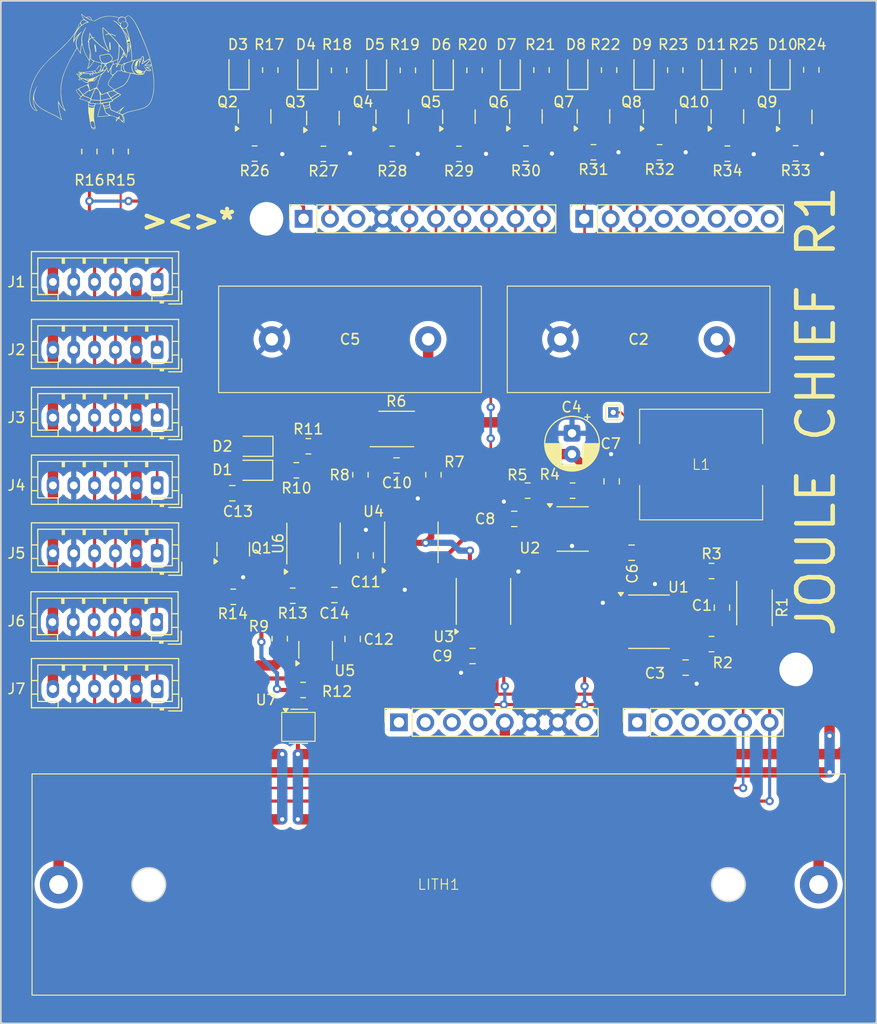
<source format=kicad_pcb>
(kicad_pcb (version 20241229) (generator "pcbnew") (generator_version "9.0")
  (title_block (title "Joule Chief") (date "2025-08-05") (rev "R1") (company "Suneater Labs") (comment 1 "Mainboard - Arduino UNO Shield"))
  (layers (0 "F.Cu" signal) (2 "B.Cu" signal) (13 "F.Paste" user) (15 "B.Paste" user) (5 "F.SilkS" user "F.Silkscreen") (7 "B.SilkS" user "B.Silkscreen") (1 "F.Mask" user) (3 "B.Mask" user) (25 "Edge.Cuts" user))
  (net 0 "")
  (net 1 "GND")
  (net 2 "Net-(C1-Pad2)")
  (net 3 "Net-(C1-Pad1)")
  (net 4 "/IOREF")
  (net 5 "/A0")
  (net 6 "/A1")
  (net 7 "/A2")
  (net 8 "/A3")
  (net 9 "L_VIN")
  (net 10 "VBUS")
  (net 11 "Net-(U2-VOUT)")
  (net 12 "Net-(U2-AUX)")
  (net 13 "/AREF")
  (net 14 "Net-(U2-LDO)")
  (net 15 "Net-(C10-Pad1)")
  (net 16 "Net-(C10-Pad2)")
  (net 17 "BAT-")
  (net 18 "Net-(U5-VCC)")
  (net 19 "/4")
  (net 20 "/2")
  (net 21 "Net-(Q1-D)")
  (net 22 "Net-(D1-A)")
  (net 23 "/TX{slash}1")
  (net 24 "/*3")
  (net 25 "/RX{slash}0")
  (net 26 "+3V3")
  (net 27 "Net-(D1-K)")
  (net 28 "/~{RESET}")
  (net 29 "Net-(D2-K)")
  (net 30 "Net-(D3-K)")
  (net 31 "Net-(D3-A)")
  (net 32 "Net-(D4-A)")
  (net 33 "Net-(D4-K)")
  (net 34 "Net-(D5-A)")
  (net 35 "Net-(D5-K)")
  (net 36 "Net-(D6-K)")
  (net 37 "Net-(D6-A)")
  (net 38 "Net-(D7-K)")
  (net 39 "Net-(D7-A)")
  (net 40 "Net-(D8-K)")
  (net 41 "Net-(D8-A)")
  (net 42 "Net-(D9-A)")
  (net 43 "Net-(D9-K)")
  (net 44 "Net-(D10-K)")
  (net 45 "Net-(D10-A)")
  (net 46 "Net-(D11-A)")
  (net 47 "Net-(D11-K)")
  (net 48 "VOUT_1")
  (net 49 "SHDN_1")
  (net 50 "SCL")
  (net 51 "SDA")
  (net 52 "SHDN_2")
  (net 53 "SHDN_3")
  (net 54 "SHDN_4")
  (net 55 "SHDN_5")
  (net 56 "SHDN_6")
  (net 57 "SHDN_7")
  (net 58 "CHARGER")
  (net 59 "!BOOST")
  (net 61 "VIN")
  (net 63 "L_SWITCH")
  (net 64 "BAT+")
  (net 65 "Net-(U1-IN-)")
  (net 66 "Net-(U1-IN+)")
  (net 67 "Net-(U2-FB)")
  (net 68 "Net-(U4-IN-)")
  (net 69 "Net-(U4-IN+)")
  (net 70 "Net-(U6-~{CHRG})")
  (net 71 "Net-(U6-~{STDBY})")
  (net 72 "Net-(U5-CS)")
  (net 73 "Net-(U6-PROG)")
  (net 74 "Net-(U2-~{PGOOD})")
  (net 75 "Net-(U2-MPPC)")
  (net 81 "Net-(U5-OC)")
  (net 82 "Net-(U5-OD)")
  (footprint "Connector_PinSocket_2.54mm:PinSocket_1x08_P2.54mm_Vertical" (layer "F.Cu") (at 127.94 97.46 90)
    (property "Reference" "J9" (hide yes))
    (property "Value" "Power")
  )
  (footprint "Connector_PinSocket_2.54mm:PinSocket_1x06_P2.54mm_Vertical" (layer "F.Cu") (at 150.8 97.46 90)
    (property "Reference" "J10" (hide yes))
    (property "Value" "Analog")
  )
  (footprint "Connector_PinSocket_2.54mm:PinSocket_1x10_P2.54mm_Vertical" (layer "F.Cu") (at 118.796 49.2 90)
    (property "Reference" "J8" (hide yes))
    (property "Value" "Digital/PWM")
  )
  (footprint "Connector_PinSocket_2.54mm:PinSocket_1x08_P2.54mm_Vertical" (layer "F.Cu") (at 145.72 49.2 90)
    (property "Reference" "J11" (hide yes))
    (property "Value" "Digital/PWM")
  )
  (footprint "Resistor_SMD:R_0805_2012Metric_Pad1.20x1.40mm_HandSolder" (layer "F.Cu") (at 167.5 34.928641 -90)
    (property "Reference" "R24")
    (property "Value" "1K")
  )
  (footprint "Joule Thief Footprints:1F_Supercap" (layer "F.Cu") (at 123.25 60.75 -90)
    (property "Reference" "C5")
    (property "Value" "1F")
  )
  (footprint "Joule Thief Footprints:FS8205A_Wide" (layer "F.Cu") (at 118.3 97.9)
    (property "Reference" "U7")
    (property "Value" "FS8205A")
  )
  (footprint "Resistor_SMD:R_0805_2012Metric_Pad1.20x1.40mm_HandSolder" (layer "F.Cu") (at 146.602772 42.824386 180)
    (property "Reference" "R31")
    (property "Value" "10k")
  )
  (footprint "Package_TO_SOT_SMD:SOT-23" (layer "F.Cu") (at 146.602772 39.386886 90)
    (property "Reference" "Q7")
    (property "Value" "AO3400A")
  )
  (footprint "Package_TO_SOT_SMD:SOT-23-6_Handsoldering" (layer "F.Cu") (at 119.95 90.6 90)
    (property "Reference" "U5")
    (property "Value" "DW01")
  )
  (footprint "Capacitor_SMD:C_0805_2012Metric_Pad1.18x1.45mm_HandSolder" (layer "F.Cu") (at 123.5 89.4625 90)
    (property "Reference" "C12")
    (property "Value" "0.1u")
  )
  (footprint "Resistor_SMD:R_0805_2012Metric_Pad1.20x1.40mm_HandSolder" (layer "F.Cu") (at 159.45 42.954112 180)
    (property "Reference" "R34")
    (property "Value" "10k")
  )
  (footprint "Connector_JST:JST_PH_B6B-PH-K_1x06_P2.00mm_Vertical" (layer "F.Cu") (at 104.7 87.85 180)
    (property "Reference" "J6")
    (property "Value" "Conn_01x06")
  )
  (footprint "Package_SO:SOIC-8_3.9x4.9mm_P1.27mm" (layer "F.Cu") (at 129.135 80.205 90)
    (property "Reference" "U4")
    (property "Value" "INA219AxD")
  )
  (footprint "Package_SO:SOIC-8_3.9x4.9mm_P1.27mm" (layer "F.Cu") (at 151.93 87.812724)
    (property "Reference" "U1")
    (property "Value" "INA219AxD")
  )
  (footprint "Resistor_SMD:R_0805_2012Metric_Pad1.20x1.40mm_HandSolder" (layer "F.Cu") (at 148.102772 34.949386 -90)
    (property "Reference" "R22")
    (property "Value" "1K")
  )
  (footprint "LOGO" (layer "F.Cu") (at 100 35.25)
    (property "Reference" "G***" (hide yes))
    (property "Value" "LOGO" (hide yes))
  )
  (footprint "Resistor_SMD:R_0805_2012Metric_Pad1.20x1.40mm_HandSolder" (layer "F.Cu") (at 118.1 73.3)
    (property "Reference" "R10")
    (property "Value" "1k")
  )
  (footprint "Package_TO_SOT_SMD:SOT-23" (layer "F.Cu") (at 133.694511 39.411226 90)
    (property "Reference" "Q5")
    (property "Value" "AO3400A")
  )
  (footprint "Package_TO_SOT_SMD:SOT-23" (layer "F.Cu") (at 114.1 39.3875 90)
    (property "Reference" "Q2")
    (property "Value" "AO3400A")
  )
  (footprint "Resistor_SMD:R_0805_2012Metric_Pad1.20x1.40mm_HandSolder" (layer "F.Cu") (at 157.93 89.955)
    (property "Reference" "R2")
    (property "Value" "10")
  )
  (footprint "Joule Thief Footprints:18650_Cell_Clip_V2" (layer "F.Cu") (at 131.75 113 180)
    (property "Reference" "LITH1")
    (property "Value" "18650")
    (fp_circle (center 27.8 0) (end 29.4 0) (stroke (width 0.1)) (fill no) (layer "Edge.Cuts"))
    (fp_circle (center -27.8 0) (end -26.2 0) (stroke (width 0.1)) (fill no) (layer "Edge.Cuts"))
  )
  (footprint "Resistor_SMD:R_0805_2012Metric_Pad1.20x1.40mm_HandSolder" (layer "F.Cu") (at 119.25 71)
    (property "Reference" "R11")
    (property "Value" "1k")
  )
  (footprint "LED_SMD:LED_0805_2012Metric_Pad1.15x1.40mm_HandSolder" (layer "F.Cu") (at 157.95 34.954112 90)
    (property "Reference" "D11")
    (property "Value" "LED")
  )
  (footprint "Resistor_SMD:R_0805_2012Metric_Pad1.20x1.40mm_HandSolder" (layer "F.Cu") (at 154.45 34.951749 -90)
    (property "Reference" "R23")
    (property "Value" "1K")
  )
  (footprint "Package_TO_SOT_SMD:SOT-23" (layer "F.Cu") (at 152.95 39.389249 90)
    (property "Reference" "Q8")
    (property "Value" "AO3400A")
  )
  (footprint "LED_SMD:LED_0805_2012Metric_Pad1.15x1.40mm_HandSolder" (layer "F.Cu") (at 113.975 73.3 180)
    (property "Reference" "D1")
    (property "Value" "LED")
  )
  (footprint "Resistor_SMD:R_0805_2012Metric_Pad1.20x1.40mm_HandSolder" (layer "F.Cu") (at 118.75 94.356475)
    (property "Reference" "R12")
    (property "Value" "1k")
  )
  (footprint "Capacitor_SMD:C_0805_2012Metric_Pad1.18x1.45mm_HandSolder" (layer "F.Cu") (at 127.7125 72.839999)
    (property "Reference" "C10")
    (property "Value" "0.1u")
  )
  (footprint "Resistor_SMD:R_0805_2012Metric_Pad1.20x1.40mm_HandSolder" (layer "F.Cu") (at 115.6 34.95 -90)
    (property "Reference" "R17")
    (property "Value" "1K")
  )
  (footprint "Package_TO_SOT_SMD:SOT-23" (layer "F.Cu") (at 127.3 39.410045 90)
    (property "Reference" "Q4")
    (property "Value" "AO3400A")
  )
  (footprint "LED_SMD:LED_0805_2012Metric_Pad1.15x1.40mm_HandSolder" (layer "F.Cu") (at 114 71 180)
    (property "Reference" "D2")
    (property "Value" "LED")
  )
  (footprint "Resistor_SMD:R_0805_2012Metric_Pad1.20x1.40mm_HandSolder" (layer "F.Cu") (at 122.2 34.973915 -90)
    (property "Reference" "R18")
    (property "Value" "1K")
  )
  (footprint "Package_TO_SOT_SMD:SOT-23" (layer "F.Cu") (at 166 39.428641 90)
    (property "Reference" "Q9")
    (property "Value" "AO3400A")
  )
  (footprint "Resistor_SMD:R_0805_2012Metric_Pad1.20x1.40mm_HandSolder" (layer "F.Cu") (at 140.295001 75.25 180)
    (property "Reference" "R5")
    (property "Value" "220k")
  )
  (footprint "Resistor_SMD:R_0805_2012Metric_Pad1.20x1.40mm_HandSolder" (layer "F.Cu") (at 98.25 42.75 90)
    (property "Reference" "R16")
    (property "Value" "2k2")
  )
  (footprint "Resistor_SMD:R_0805_2012Metric_Pad1.20x1.40mm_HandSolder" (layer "F.Cu") (at 124.25 73.724999 90)
    (property "Reference" "R8")
    (property "Value" "10")
  )
  (footprint "Arduino_MountingHole:MountingHole_3.2mm" (layer "F.Cu") (at 115.24 49.2)
    (property "Reference" "MH1" (hide yes))
    (property "Value" "MountingHole_3.2mm" (hide yes))
  )
  (footprint "Resistor_SMD:R_0805_2012Metric_Pad1.20x1.40mm_HandSolder" (layer "F.Cu") (at 128.8 34.972545 -90)
    (property "Reference" "R19")
    (property "Value" "1K")
  )
  (footprint "Resistor_SMD:R_0805_2012Metric_Pad1.20x1.40mm_HandSolder" (layer "F.Cu") (at 131.25 73.724999 90)
    (property "Reference" "R7")
    (property "Value" "10")
  )
  (footprint "Capacitor_SMD:C_0805_2012Metric_Pad1.18x1.45mm_HandSolder" (layer "F.Cu") (at 124.75 81.4625 90)
    (property "Reference" "C11")
    (property "Value" "0.1u")
  )
  (footprint "Package_SO:TSSOP-14_4.4x5mm_P0.65mm" (layer "F.Cu") (at 136.05 85.8625 90)
    (property "Reference" "U3")
    (property "Value" "AD5280")
  )
  (footprint "LED_SMD:LED_0805_2012Metric_Pad1.15x1.40mm_HandSolder" (layer "F.Cu") (at 145.102772 34.949386 90)
    (property "Reference" "D8")
    (property "Value" "LED")
  )
  (footprint "Connector_JST:JST_PH_B6B-PH-K_1x06_P2.00mm_Vertical" (layer "F.Cu") (at 104.75 74.75 180)
    (property "Reference" "J4")
    (property "Value" "Conn_01x06")
  )
  (footprint "Resistor_SMD:R_0805_2012Metric_Pad1.20x1.40mm_HandSolder" (layer "F.Cu") (at 160.95 34.954112 -90)
    (property "Reference" "R25")
    (property "Value" "1K")
  )
  (footprint "Resistor_SMD:R_0805_2012Metric_Pad1.20x1.40mm_HandSolder" (layer "F.Cu") (at 157.93 82.955)
    (property "Reference" "R3")
    (property "Value" "10")
  )
  (footprint "Connector_JST:JST_PH_B6B-PH-K_1x06_P2.00mm_Vertical" (layer "F.Cu") (at 104.75 61.75 180)
    (property "Reference" "J2")
    (property "Value" "Conn_01x06")
  )
  (footprint "Resistor_SMD:R_0805_2012Metric_Pad1.20x1.40mm_HandSolder" (layer "F.Cu") (at 114.1 42.95 180)
    (property "Reference" "R26")
    (property "Value" "10k")
  )
  (footprint "Resistor_SMD:R_0805_2012Metric_Pad1.20x1.40mm_HandSolder" (layer "F.Cu") (at 127.3 42.972545 180)
    (property "Reference" "R28")
    (property "Value" "10k")
  )
  (footprint "LED_SMD:LED_0805_2012Metric_Pad1.15x1.40mm_HandSolder" (layer "F.Cu") (at 138.619721 34.97365 90)
    (property "Reference" "D7")
    (property "Value" "LED")
  )
  (footprint "Capacitor_THT:CP_Radial_D5.0mm_P2.00mm" (layer "F.Cu") (at 144.545001 69.75 -90)
    (property "Reference" "C4")
    (property "Value" "100u")
  )
  (footprint "Resistor_SMD:R_0805_2012Metric_Pad1.20x1.40mm_HandSolder" (layer "F.Cu") (at 101.25 42.75 90)
    (property "Reference" "R15")
    (property "Value" "2k2")
  )
  (footprint "Connector_JST:JST_PH_B6B-PH-K_1x06_P2.00mm_Vertical" (layer "F.Cu") (at 104.75 68.25 180)
    (property "Reference" "J3")
    (property "Value" "Conn_01x06")
  )
  (footprint "Connector_JST:JST_PH_B6B-PH-K_1x06_P2.00mm_Vertical" (layer "F.Cu") (at 104.75 55.25 180)
    (property "Reference" "J1")
    (property "Value" "Conn_01x06")
  )
  (footprint "Package_SO:MSOP-12_3x4.039mm_P0.65mm" (layer "F.Cu") (at 144.607501 78.925)
    (property "Reference" "U2")
    (property "Value" "LTC3105xMS")
  )
  (footprint "Resistor_SMD:R_0805_2012Metric_Pad1.20x1.40mm_HandSolder" (layer "F.Cu") (at 152.95 42.826749 180)
    (property "Reference" "R32")
    (property "Value" "10k")
  )
  (footprint "Package_TO_SOT_SMD:SOT-23" (layer "F.Cu") (at 140.119721 39.38615 90)
    (property "Reference" "Q6")
    (property "Value" "AO3400A")
  )
  (footprint "LED_SMD:LED_0805_2012Metric_Pad1.15x1.40mm_HandSolder" (layer "F.Cu") (at 112.6 34.95 90)
    (property "Reference" "D3")
    (property "Value" "LED")
  )
  (footprint "Resistor_SMD:R_0805_2012Metric_Pad1.20x1.40mm_HandSolder" (layer "F.Cu") (at 144.6 75.25 180)
    (property "Reference" "R4")
    (property "Value" "1M")
  )
  (footprint "Capacitor_SMD:C_0805_2012Metric_Pad1.18x1.45mm_HandSolder" (layer "F.Cu") (at 158.93 86.4625 -90)
    (property "Reference" "C1")
    (property "Value" "0.1u")
  )
  (footprint "LED_SMD:LED_0805_2012Metric_Pad1.15x1.40mm_HandSolder" (layer "F.Cu") (at 164.5 34.953641 90)
    (property "Reference" "D10")
    (property "Value" "LED")
  )
  (footprint "Joule Thief Footprints:Power_Inductor_101040" (layer "F.Cu") (at 156.93 72.75 180)
    (property "Reference" "L1")
    (property "Value" "10u")
  )
  (footprint "Resistor_SMD:R_0805_2012Metric_Pad1.20x1.40mm_HandSolder" (layer "F.Cu") (at 133.694511 42.973726 180)
    (property "Reference" "R29")
    (property "Value" "10k")
  )
  (footprint "LED_SMD:LED_0805_2012Metric_Pad1.15x1.40mm_HandSolder" (layer "F.Cu") (at 132.194511 34.973726 90)
    (property "Reference" "D6")
    (property "Value" "LED")
  )
  (footprint "Joule Thief Footprints:R_Shunt_2512_V2" (layer "F.Cu") (at 127.685 69.339999)
    (property "Reference" "R6")
    (property "Value" "0.1R")
  )
  (footprint "Joule Thief Footprints:R_Shunt_2512_V2" (layer "F.Cu") (at 162.045 86.44 -90)
    (property "Reference" "R1")
    (property "Value" "0.1R")
  )
  (footprint "Resistor_SMD:R_0805_2012Metric_Pad1.20x1.40mm_HandSolder" (layer "F.Cu") (at 117.75 85.32)
    (property "Reference" "R13")
    (property "Value" "1k")
  )
  (footprint "Capacitor_SMD:C_0805_2012Metric_Pad1.18x1.45mm_HandSolder" (layer "F.Cu") (at 148.345001 74.3625 90)
    (property "Reference" "C7")
    (property "Value" "1u")
  )
  (footprint "Package_TO_SOT_SMD:SOT-23" (layer "F.Cu") (at 112.05 80.8625 90)
    (property "Reference" "Q1")
    (property "Value" "AO3400A")
  )
  (footprint "Package_TO_SOT_SMD:SOT-23" (layer "F.Cu") (at 120.65 39.536415 90)
    (property "Reference" "Q3")
    (property "Value" "AO3400A")
  )
  (footprint "TestPoint:TestPoint_THTPad_1.0x1.0mm_Drill0.5mm" (layer "F.Cu") (at 148.5 67.75 -90)
    (property "Reference" "TPx1" (hide yes))
    (property "Value" "TestPoint_Alt")
  )
  (footprint "Resistor_SMD:R_0805_2012Metric_Pad1.20x1.40mm_HandSolder" (layer "F.Cu") (at 141.619721 34.94865 -90)
    (property "Reference" "R21")
    (property "Value" "1K")
  )
  (footprint "Package_TO_SOT_SMD:SOT-23" (layer "F.Cu") (at 159.45 39.391612 90)
    (property "Reference" "Q10")
    (property "Value" "AO3400A")
  )
  (footprint "Joule Thief Footprints:1F_Supercap" (layer "F.Cu") (at 150.93 60.75 -90)
    (property "Reference" "C2")
    (property "Value" "1F")
  )
  (footprint "Resistor_SMD:R_0805_2012Metric_Pad1.20x1.40mm_HandSolder" (layer "F.Cu") (at 166 42.928641 180)
    (property "Reference" "R33")
    (property "Value" "10k")
  )
  (footprint "Resistor_SMD:R_0805_2012Metric_Pad1.20x1.40mm_HandSolder" (layer "F.Cu") (at 120.7 42.973915 180)
    (property "Reference" "R27")
    (property "Value" "10k")
  )
  (footprint "LED_SMD:LED_0805_2012Metric_Pad1.15x1.40mm_HandSolder" (layer "F.Cu") (at 151.45 34.951749 90)
    (property "Reference" "D9")
    (property "Value" "LED")
  )
  (footprint "LED_SMD:LED_0805_2012Metric_Pad1.15x1.40mm_HandSolder" (layer "F.Cu") (at 119.2 34.948915 90)
    (property "Reference" "D4")
    (property "Value" "LED")
  )
  (footprint "Connector_JST:JST_PH_B6B-PH-K_1x06_P2.00mm_Vertical" (layer "F.Cu") (at 104.75 81.25 180)
    (property "Reference" "J5")
    (property "Value" "Conn_01x06")
  )
  (footprint "Resistor_SMD:R_0805_2012Metric_Pad1.20x1.40mm_HandSolder" (layer "F.Cu") (at 116.506832 89.43273 -90)
    (property "Reference" "R9")
    (property "Value" "100")
  )
  (footprint "Resistor_SMD:R_0805_2012Metric_Pad1.20x1.40mm_HandSolder" (layer "F.Cu") (at 135.194511 34.973726 -90)
    (property "Reference" "R20")
    (property "Value" "1K")
  )
  (footprint "Capacitor_SMD:C_0805_2012Metric_Pad1.18x1.45mm_HandSolder" (layer "F.Cu") (at 155.442523 92.205)
    (property "Reference" "C3")
    (property "Value" "0.1u")
  )
  (footprint "Capacitor_SMD:C_0805_2012Metric_Pad1.18x1.45mm_HandSolder" (layer "F.Cu") (at 121.75 85.25)
    (property "Reference" "C14")
    (property "Value" "10u")
  )
  (footprint "LED_SMD:LED_0805_2012Metric_Pad1.15x1.40mm_HandSolder" (layer "F.Cu") (at 125.8 34.972545 90)
    (property "Reference" "D5")
    (property "Value" "LED")
  )
  (footprint "Capacitor_SMD:C_0805_2012Metric_Pad1.18x1.45mm_HandSolder" (layer "F.Cu") (at 139.000692 77.957645 180)
    (property "Reference" "C8")
    (property "Value" "4.7u")
  )
  (footprint "Arduino_MountingHole:MountingHole_3.2mm" (layer "F.Cu") (at 166.04 92.38)
    (property "Reference" "MH4" (hide yes))
    (property "Value" "MountingHole_3.2mm" (hide yes))
  )
  (footprint "Joule Thief Footprints:V2_SOIC-8-1EP_3.9x4.9mm_P1.27mm_EP2.29x3mm" (layer "F.Cu") (at 119.75 80.32 90)
    (property "Reference" "U6")
    (property "Value" "TP4056")
  )
  (footprint "Resistor_SMD:R_0805_2012Metric_Pad1.20x1.40mm_HandSolder" (layer "F.Cu") (at 140.119721 42.94865 180)
    (property "Reference" "R30")
    (property "Value" "10k")
  )
  (footprint "Capacitor_SMD:C_0805_2012Metric_Pad1.18x1.45mm_HandSolder" (layer "F.Cu") (at 135 91.1 180)
    (property "Reference" "C9")
    (property "Value" "0.1u")
  )
  (footprint "Resistor_SMD:R_0805_2012Metric_Pad1.20x1.40mm_HandSolder" (layer "F.Cu") (at 112.05 85.425 180)
    (property "Reference" "R14")
    (property "Value" "10k")
  )
  (footprint "Capacitor_SMD:C_0805_2012Metric_Pad1.18x1.45mm_HandSolder" (layer "F.Cu") (at 111.9625 75.5)
    (property "Reference" "C13")
    (property "Value" "0.1u")
  )
  (footprint "Capacitor_SMD:C_0805_2012Metric_Pad1.18x1.45mm_HandSolder" (layer "F.Cu") (at 150.2625 81.2)
    (property "Reference" "C6")
    (property "Value" "10u")
  )
  (footprint "Connector_JST:JST_PH_B6B-PH-K_1x06_P2.00mm_Vertical" (layer "F.Cu") (at 104.75 94.25 180)
    (property "Reference" "J7")
    (property "Value" "Conn_01x06")
  )
  (gr_rect (start 89.75 28.30625) (end 173.75 126.30625) (stroke (width 0.15)) (fill no) (layer "Edge.Cuts"))
  (gr_text "><>*" (at 103 50.5 0) (layer "F.SilkS") (effects (font (size 2 2) (thickness 0.4) (bold yes)) (justify left bottom)))
  (gr_text "JOULE CHIEF R1" (at 170 89.5 90) (layer "F.SilkS") (effects (font (size 3.5 3.5) (thickness 0.4375)) (justify left bottom)))
  (segment (start 134.644511 40.348726) (end 134.644511 42.923726) (width 0.25) (layer "F.Cu") (net 1))
  (segment (start 152.5 81.5) (end 152.2 81.2) (width 0.4) (layer "F.Cu") (net 1))
  (segment (start 160.4 40.329112) (end 160.4 42.904112) (width 0.25) (layer "F.Cu") (net 1))
  (segment (start 135.3 89.9) (end 135.4 89.8) (width 0.4) (layer "F.Cu") (net 1))
  (segment (start 152.697724 88.447724) (end 152.5 88.25) (width 0.4) (layer "F.Cu") (net 1))
  (segment (start 144.545001 79.045001) (end 144.1 78.6) (width 0.4) (layer "F.Cu") (net 1))
  (segment (start 147.552772 42.774386) (end 147.602772 42.824386) (width 0.25) (layer "F.Cu") (net 1))
  (segment (start 148.345001 71.8) (end 148.295001 71.75) (width 0.4) (layer "F.Cu") (net 1))
  (segment (start 115.1 42.95) (end 116.7 42.95) (width 0.25) (layer "F.Cu") (net 1))
  (segment (start 156.480023 93.730023) (end 156.5 93.75) (width 0.4) (layer "F.Cu") (net 1))
  (segment (start 113 85.375) (end 113.05 85.425) (width 0.25) (layer "F.Cu") (net 1))
  (segment (start 138 83) (end 137.35 83) (width 0.4) (layer "F.Cu") (net 1))
  (segment (start 138.007501 77.75) (end 138.007501 76.3) (width 0.4) (layer "F.Cu") (net 1))
  (segment (start 152.5 84.2) (end 152.5 84.4) (width 0.4) (layer "F.Cu") (net 1))
  (segment (start 141.069721 40.32365) (end 141.069721 42.89865) (width 0.25) (layer "F.Cu") (net 1))
  (segment (start 124.75 80.425) (end 124.75 79.027499) (width 0.4) (layer "F.Cu") (net 1))
  (segment (start 133.9625 91.1) (end 133.9625 92.6375) (width 0.4) (layer "F.Cu") (net 1))
  (segment (start 128.3 42.972545) (end 129.75 42.972545) (width 0.25) (layer "F.Cu") (net 1))
  (segment (start 133.9625 91.1) (end 133.9625 90.1375) (width 0.4) (layer "F.Cu") (net 1))
  (segment (start 123.2 42.973915) (end 123.25 42.923915) (width 0.25) (layer "F.Cu") (net 1))
  (segment (start 96.75 94.25) (end 96.75 94) (width 0.25) (layer "F.Cu") (net 1))
  (segment (start 144.545001 80.55) (end 146.757501 80.55) (width 0.4) (layer "F.Cu") (net 1))
  (segment (start 156.480023 92.205) (end 156.480023 93.730023) (width 0.4) (layer "F.Cu") (net 1))
  (segment (start 133.9625 92.6375) (end 133.9 92.7) (width 0.4) (layer "F.Cu") (net 1))
  (segment (start 168.47011 42.928641) (end 168.525676 42.984207) (width 0.25) (layer "F.Cu") (net 1))
  (segment (start 144.545001 80.55) (end 144.545001 79.045001) (width 0.4) (layer "F.Cu") (net 1))
  (segment (start 115.05 40.325) (end 115.05 42.9) (width 0.25) (layer "F.Cu") (net 1))
  (segment (start 137.35 83) (end 136.7 83) (width 0.4) (layer "F.Cu") (net 1))
  (segment (start 138.007501 76.3) (end 138.007501 75.6075) (width 0.4) (layer "F.Cu") (net 1))
  (segment (start 153.9 40.326749) (end 153.9 42.776749) (width 0.25) (layer "F.Cu") (net 1))
  (segment (start 166.95 40.366141) (end 166.95 42.878641) (width 0.25) (layer "F.Cu") (net 1))
  (segment (start 147.602772 42.824386) (end 149.002772 42.824386) (width 0.25) (layer "F.Cu") (net 1))
  (segment (start 138 83) (end 139.4 83) (width 0.4) (layer "F.Cu") (net 1))
  (segment (start 134.694511 42.973726) (end 136.294511 42.973726) (width 0.25) (layer "F.Cu") (net 1))
  (segment (start 128.25 40.347545) (end 128.25 42.922545) (width 0.25) (layer "F.Cu") (net 1))
  (segment (start 167 42.928641) (end 168.47011 42.928641) (width 0.25) (layer "F.Cu") (net 1))
  (segment (start 116.7 42.95) (end 116.75 43) (width 0.25) (layer "F.Cu") (net 1))
  (segment (start 138.007501 75.6075) (end 138.365001 75.25) (width 0.4) (layer "F.Cu") (net 1))
  (segment (start 96.7 81.3) (end 96.75 81.25) (width 0.25) (layer "F.Cu") (net 1))
  (segment (start 135.4 89.8) (end 135.4 88.725) (width 0.4) (layer "F.Cu") (net 1))
  (segment (start 166.95 42.878641) (end 167 42.928641) (width 0.25) (layer "F.Cu") (net 1))
  (segment (start 128.25 42.922545) (end 128.3 42.972545) (width 0.25) (layer "F.Cu") (net 1))
  (segment (start 142.457501 80.55) (end 144.545001 80.55) (width 0.4) (layer "F.Cu") (net 1))
  (segment (start 154.405 88.447724) (end 152.697724 88.447724) (width 0.4) (layer "F.Cu") (net 1))
  (segment (start 134.2 89.9) (end 135.3 89.9) (width 0.4) (layer "F.Cu") (net 1))
  (segment (start 152.5 88.25) (end 152.5 84.2) (width 0.4) (layer "F.Cu") (net 1))
  (segment (start 121.6 40.473915) (end 121.6 42.873915) (width 0.25) (layer "F.Cu") (net 1))
  (segment (start 141.069721 42.89865) (end 141.119721 42.94865) (width 0.25) (layer "F.Cu") (net 1))
  (segment (start 136.7 83) (end 136.05 83) (width 0.4) (layer "F.Cu") (net 1))
  (segment (start 147.552772 40.324386) (end 147.552772 42.774386) (width 0.25) (layer "F.Cu") (net 1))
  (segment (start 160.4 42.904112) (end 160.45 42.954112) (width 0.25) (layer "F.Cu") (net 1))
  (segment (start 152.5 84.2) (end 152.5 81.5) (width 0.4) (layer "F.Cu") (net 1))
  (segment (start 149.455 87.177724) (end 149.455 85.907724) (width 0.6) (layer "F.Cu") (net 1))
  (segment (start 133.9625 90.1375) (end 134.2 89.9) (width 0.4) (layer "F.Cu") (net 1))
  (segment (start 113 82.3) (end 113 83.55) (width 0.4) (layer "F.Cu") (net 1))
  (segment (start 143.43 60.75) (end 142.5 60.75) (width 0.25) (layer "F.Cu") (net 1))
  (segment (start 147.5 86) (end 147.592276 85.907724) (width 0.4) (layer "F.Cu") (net 1))
  (segment (start 161.92011 42.954112) (end 161.975676 43.009678) (width 0.25) (layer "F.Cu") (net 1))
  (segment (start 144.1 78.6) (end 142.457501 78.6) (width 0.4) (layer "F.Cu") (net 1))
  (segment (start 134.644511 42.923726) (end 134.694511 42.973726) (width 0.25) (layer "F.Cu") (net 1))
  (segment (start 124.75 79.027499) (end 124.77 79.007499) (width 0.25) (layer "F.Cu") (net 1))
  (segment (start 113 83.55) (end 113 85.375) (width 0.4) (layer "F.Cu") (net 1))
  (segment (start 148.345001 73.325) (end 148.345001 71.8) (width 0.4) (layer "F.Cu") (net 1))
  (segment (start 129.77 76.02) (end 129.75 76) (width 0.25) (layer "F.Cu") (net 1))
  (segment (start 160.45 42.954112) (end 161.92011 42.954112) (width 0.25) (layer "F.Cu") (net 1))
  (segment (start 96.75 94) (end 96.7 93.95) (width 0.25) (layer "F.Cu") (net 1))
  (segment (start 151.3 81.2) (end 152.2 81.2) (width 0.4) (layer "F.Cu") (net 1))
  (segment (start 121.6 42.873915) (end 121.7 42.973915) (width 0.25) (layer "F.Cu") (net 1))
  (segment (start 129.77 77.73) (end 129.77 76.02) (width 0.4) (layer "F.Cu") (net 1))
  (segment (start 121.7 42.973915) (end 123.2 42.973915) (width 0.25) (layer "F.Cu") (net 1))
  (segment (start 138 77.757501) (end 138.007501 77.75) (width 0.4) (layer "F.Cu") (net 1))
  (segment (start 147.592276 85.907724) (end 149.455 85.907724) (width 0.4) (layer "F.Cu") (net 1))
  (segment (start 138.007501 76.3) (end 138.007501 76.2) (width 0.4) (layer "F.Cu") (net 1))
  (segment (start 141.119721 42.94865) (end 142.619721 42.94865) (width 0.25) (layer "F.Cu") (net 1))
  (segment (start 115.05 42.9) (end 115.1 42.95) (width 0.25) (layer "F.Cu") (net 1))
  (segment (start 138.365001 75.25) (end 139.295001 75.25) (width 0.4) (layer "F.Cu") (net 1))
  (segment (start 153.95 42.826749) (end 155.45 42.826749) (width 0.25) (layer "F.Cu") (net 1))
  (segment (start 153.9 42.776749) (end 153.95 42.826749) (width 0.25) (layer "F.Cu") (net 1))
  (segment (start 128.5 82.68) (end 128.5 84.75) (width 0.4) (layer "F.Cu") (net 1))
  (via (at 148.295001 71.75) (size 0.8) (drill 0.4) (layers "F.Cu" "B.Cu") (net 1))
  (via (at 129.75 42.972545) (size 0.8) (drill 0.4) (layers "F.Cu" "B.Cu") (net 1))
  (via (at 152.5 84.2) (size 0.8) (drill 0.4) (layers "F.Cu" "B.Cu") (net 1))
  (via (at 116.75 43) (size 0.8) (drill 0.4) (layers "F.Cu" "B.Cu") (net 1))
  (via (at 168.525676 42.984207) (size 0.8) (drill 0.4) (layers "F.Cu" "B.Cu") (net 1))
  (via (at 161.975676 43.009678) (size 0.8) (drill 0.4) (layers "F.Cu" "B.Cu") (net 1))
  (via (at 144.545001 80.55) (size 0.8) (drill 0.4) (layers "F.Cu" "B.Cu") (net 1))
  (via (at 133.9 92.7) (size 0.8) (drill 0.4) (layers "F.Cu" "B.Cu") (net 1))
  (via (at 129.75 76) (size 0.8) (drill 0.4) (layers "F.Cu" "B.Cu") (net 1))
  (via (at 123.25 42.923915) (size 0.8) (drill 0.4) (layers "F.Cu" "B.Cu") (net 1))
  (via (at 149.002772 42.824386) (size 0.8) (drill 0.4) (layers "F.Cu" "B.Cu") (net 1))
  (via (at 155.45 42.826749) (size 0.8) (drill 0.4) (layers "F.Cu" "B.Cu") (net 1))
  (via (at 113 83.55) (size 0.8) (drill 0.4) (layers "F.Cu" "B.Cu") (net 1))
  (via (at 139.4 83) (size 0.8) (drill 0.4) (layers "F.Cu" "B.Cu") (net 1))
  (via (at 124.77 79.007499) (size 0.8) (drill 0.4) (layers "F.Cu" "B.Cu") (net 1))
  (via (at 147.5 86) (size 0.8) (drill 0.4) (layers "F.Cu" "B.Cu") (net 1))
  (via (at 138.007501 76.3) (size 0.8) (drill 0.4) (layers "F.Cu" "B.Cu") (net 1))
  (via (at 136.294511 42.973726) (size 0.8) (drill 0.4) (layers "F.Cu" "B.Cu") (net 1))
  (via (at 128.5 84.75) (size 0.8) (drill 0.4) (layers "F.Cu" "B.Cu") (net 1))
  (via (at 156.5 93.75) (size 0.8) (drill 0.4) (layers "F.Cu" "B.Cu") (net 1))
  (via (at 142.619721 42.94865) (size 0.8) (drill 0.4) (layers "F.Cu" "B.Cu") (net 1))
  (segment (start 160.69 89.955) (end 160.775 89.87) (width 0.25) (layer "F.Cu") (net 2))
  (segment (start 158.93 87.5) (end 158.93 89.955) (width 0.25) (layer "F.Cu") (net 2))
  (segment (start 158.93 89.955) (end 160.69 89.955) (width 0.25) (layer "F.Cu") (net 2))
  (segment (start 160.72 82.955) (end 160.775 83.01) (width 0.25) (layer "F.Cu") (net 3))
  (segment (start 158.93 82.955) (end 160.72 82.955) (width 0.2) (layer "F.Cu") (net 3))
  (segment (start 158.93 82.955) (end 158.93 85.425) (width 0.25) (layer "F.Cu") (net 3))
  (segment (start 158.43 60.75) (end 161.68 64) (width 1) (layer "F.Cu") (net 9))
  (segment (start 146.757501 79.9) (end 148.645001 79.9) (width 0.4) (layer "F.Cu") (net 9))
  (segment (start 149.2 79.9) (end 156.6 79.9) (width 0.4) (layer "F.Cu") (net 9))
  (segment (start 149.2 81.3) (end 149.2 79.9) (width 0.4) (layer "F.Cu") (net 9))
  (segment (start 162.68 83) (end 162.68 78.5) (width 1) (layer "F.Cu") (net 9))
  (segment (start 161.68 64) (end 161.68 72.75) (width 1) (layer "F.Cu") (net 9))
  (segment (start 156.6 79.9) (end 158 78.5) (width 0.4) (layer "F.Cu") (net 9))
  (segment (start 149.2 79.9) (end 148.645001 79.9) (width 0.4) (layer "F.Cu") (net 9))
  (segment (start 154.45 35.951749) (end 155.548251 35.951749) (width 1) (layer "F.Cu") (net 10))
  (segment (start 130.5 80.25) (end 131.04 79.71) (width 0.6) (layer "F.Cu") (net 10))
  (segment (start 171 31.25) (end 171 35.75) (width 1) (layer "F.Cu") (net 10))
  (segment (start 156.25 30.5) (end 162.75 30.5) (width 1) (layer "F.Cu") (net 10))
  (segment (start 151.967724 89.717724) (end 154.405 89.717724) (width 0.6) (layer "F.Cu") (net 10))
  (segment (start 154.405023 89.717747) (end 154.405 89.717724) (width 0.4) (layer "F.Cu") (net 10))
  (segment (start 134.75 84.5) (end 134.75 83) (width 0.4) (layer "F.Cu") (net 10))
  (segment (start 135.194511 35.973726) (end 136.276274 35.973726) (width 1) (layer "F.Cu") (net 10))
  (segment (start 124.75 82.5) (end 127.05 82.5) (width 0.7) (layer "F.Cu") (net 10))
  (segment (start 142.80135 35.94865) (end 143.392967 35.357033) (width 1) (layer "F.Cu") (net 10))
  (segment (start 122.2 35.973915) (end 123.526085 35.973915) (width 1) (layer "F.Cu") (net 10))
  (segment (start 94.75 94.25) (end 94.75 61.75) (width 1) (layer "F.Cu") (net 10))
  (segment (start 162.73405 31.76595) (end 162.75 31.75) (width 1) (layer "F.Cu") (net 10))
  (segment (start 138 100.5) (end 127.25 100.5) (width 1) (layer "F.Cu") (net 10))
  (segment (start 149.75 35.5) (end 149.75 30.5) (width 1) (layer "F.Cu") (net 10))
  (segment (start 154.405023 92.207307) (end 154.405023 89.717747) (width 0.4) (layer "F.Cu") (net 10))
  (segment (start 130.521507 30.521507) (end 130.5 30.5) (width 1) (layer "F.Cu") (net 10))
  (segment (start 127.23 80.77) (end 127.75 80.25) (width 0.6) (layer "F.Cu") (net 10))
  (segment (start 134.75 83) (end 134.75 81) (width 0.4) (layer "F.Cu") (net 10))
  (segment (start 156.223176 30.526824) (end 156.25 30.5) (width 1) (layer "F.Cu") (net 10))
  (segment (start 155.548251 35.951749) (end 156.223176 35.276824) (width 1) (layer "F.Cu") (net 10))
  (segment (start 107.75 41.75) (end 109.75 39.75) (width 1) (layer "F.Cu") (net 10))
  (segment (start 169.25 30.5) (end 170.25 30.5) (width 1) (layer "F.Cu") (net 10))
  (segment (start 162.75 31.75) (end 162.75 30.5) (width 1) (layer "F.Cu") (net 10))
  (segment (start 124 30.5) (end 130.5 30.5) (width 1) (layer "F.Cu") (net 10))
  (segment (start 144 84.75) (end 150.5 84.75) (width 0.6) (layer "F.Cu") (net 10))
  (segment (start 123.982103 35.517897) (end 123.982103 30.517897) (width 1) (layer "F.Cu") (net 10))
  (segment (start 170.821359 35.928641) (end 171 35.75) (width 1) (layer "F.Cu") (net 10))
  (segment (start 138.1 100.4) (end 138 100.5) (width 1) (layer "F.Cu") (net 10))
  (segment (start 162.73405 35.26595) (end 162.73405 31.76595) (width 1) (layer "F.Cu") (net 10))
  (segment (start 124.75 84.5) (end 124.75 82.5) (width 1) (layer "F.Cu") (net 10))
  (segment (start 149.75 30.5) (end 156.25 30.5) (width 1) (layer "F.Cu") (net 10))
  (segment (start 130.5 30.5) (end 136.871383 30.5) (width 1) (layer "F.Cu") (net 10))
  (segment (start 136.05 91.0875) (end 136.0375 91.1) (width 0.4) (layer "F.Cu") (net 10))
  (segment (start 125.75 99) (end 125.75 85.5) (width 1) (layer "F.Cu") (net 10))
  (segment (start 127.75 80.25) (end 130.5 80.25) (width 0.6) (layer "F.Cu") (net 10))
  (segment (start 135.25 85) (end 134.75 84.5) (width 0.4) (layer "F.Cu") (net 10))
  (segment (start 94.75 94.25) (end 94.75 74.75) (width 0.3) (layer "F.Cu") (net 10))
  (segment (start 130.027455 35.972545) (end 130.521507 35.478493) (width 1) (layer "F.Cu") (net 10))
  (segment (start 98.25 41.75) (end 107.75 41.75) (width 1) (layer "F.Cu") (net 10))
  (segment (start 136.05 88.725) (end 136.05 85.05) (width 0.4) (layer "F.Cu") (net 10))
  (segment (start 144 84.75) (end 136.25 84.75) (width 0.6) (layer "F.Cu") (net 10))
  (segment (start 141.619721 35.94865) (end 142.80135 35.94865) (width 1) (layer "F.Cu") (net 10))
  (segment (start 131.04 79.71) (end 131.04 77.73) (width 0.6) (layer "F.Cu") (net 10))
  (segment (start 117.405372 31.844404) (end 117.405372 30.5) (width 1) (layer "F.Cu") (net 10))
  (segment (start 171 99.75) (end 170.25 100.5) (width 1) (layer "F.Cu") (net 10))
  (segment (start 127.23 82.68) (end 127.23 80.77) (width 0.6) (layer "F.Cu") (net 10))
  (segment (start 171 35.75) (end 171 99.75) (width 1) (layer "F.Cu") (net 10))
  (segment (start 162.045888 35.954112) (end 162.73405 35.26595) (width 1) (layer "F.Cu") (net 10))
  (segment (start 94.75 94) (end 94.7 93.95) (width 0.3) (layer "F.Cu") (net 10))
  (segment (start 151.25 85.5) (end 151.25 89) (width 0.6) (layer "F.Cu") (net 10))
  (segment (start 94.75 43) (end 96 41.75) (width 1) (layer "F.Cu") (net 10))
  (segment (start 136.25 84.75) (end 136 85) (width 0.6) (layer "F.Cu") (net 10))
  (segment (start 94.7 93.95) (end 94.7 87.85) (width 0.3) (layer "F.Cu") (net 10))
  (segment (start 127.05 82.5) (end 127.23 82.68) (width 0.7) (layer "F.Cu") (net 10))
  (segment (start 136.885463 35.364537) (end 136.885463 30.51408) (width 1) (layer "F.Cu") (net 10))
  (segment (start 151.25 89) (end 151.967724 89.717724) (width 0.6) (layer "F.Cu") (net 10))
  (segment (start 143.392156 31.856222) (end 143.392156 30.5) (width 1) (layer "F.Cu") (net 10))
  (segment (start 136.05 88.725) (end 136.05 91.0875) (width 0.4) (layer "F.Cu") (net 10))
  (segment (start 127.25 100.5) (end 125.75 99) (width 1) (layer "F.Cu") (net 10))
  (segment (start 170.25 30.5) (end 171 31.25) (width 1) (layer "F.Cu") (net 10))
  (segment (start 130.521507 35.478493) (end 130.521507 30.521507) (width 1) (layer "F.Cu") (net 10))
  (segment (start 116.8 35.95) (end 117.405484 35.344516) (width 1) (layer "F.Cu") (net 10))
  (segment (start 138.1 97.46) (end 138.1 100.4) (width 1) (layer "F.Cu") (net 10))
  (segment (start 136.885463 30.51408) (end 136.871383 30.5) (width 1) (layer "F.Cu") (net 10))
  (segment (start 115.6 35.95) (end 116.8 35.95) (width 1) (layer "F.Cu") (net 10))
  (segment (start 167.5 35.928641) (end 170.821359 35.928641) (width 1) (layer "F.Cu") (net 10))
  (segment (start 143.392967 31.857033) (end 143.392156 31.856222) (width 1) (layer "F.Cu") (net 10))
  (segment (start 170.25 100.5) (end 138 100.5) (width 1) (layer "F.Cu") (net 10))
  (segment (start 136.871383 30.5) (end 143.392156 30.5) (width 1) (layer "F.Cu") (net 10))
  (segment (start 136.276274 35.973726) (end 136.885463 35.364537) (width 1) (layer "F.Cu") (net 10))
  (segment (start 94.75 94.25) (end 94.75 68.25) (width 0.3) (layer "F.Cu") (net 10))
  (segment (start 94.75 94.25) (end 94.75 81.25) (width 0.3) (layer "F.Cu") (net 10))
  (segment (start 111.5 30.5) (end 117.405372 30.5) (width 1) (layer "F.Cu") (net 10))
  (segment (start 117.405372 30.5) (end 124 30.5) (width 1) (layer "F.Cu") (net 10))
  (segment (start 150.5 84.75) (end 151.25 85.5) (width 0.6) (layer "F.Cu") (net 10))
  (segment (start 156.223176 35.276824) (end 156.223176 30.526824) (width 1) (layer "F.Cu") (net 10))
  (segment (start 149.300614 35.949386) (end 149.75 35.5) (width 1) (layer "F.Cu") (net 10))
  (segment (start 136.05 85.05) (end 136 85) (width 0.4) (layer "F.Cu") (net 10))
  (segment (start 143.392156 30.5) (end 149.75 30.5) (width 1) (layer "F.Cu") (net 10))
  (segment (start 96 41.75) (end 98.25 41.75) (width 1) (layer "F.Cu") (net 10))
  (segment (start 117.405484 31.844516) (end 117.405372 31.844404) (width 1) (layer "F.Cu") (net 10))
  (segment (start 109.75 32.25) (end 111.5 30.5) (width 1) (layer "F.Cu") (net 10))
  (segment (start 148.102772 35.949386) (end 149.300614 35.949386) (width 1) (layer "F.Cu") (net 10))
  (segment (start 94.75 55.25) (end 94.75 61.75) (width 1) (layer "F.Cu") (net 10))
  (segment (start 123.982103 30.517897) (end 124 30.5) (width 1) (layer "F.Cu") (net 10))
  (segment (start 109.75 39.75) (end 109.75 32.25) (width 1) (layer "F.Cu") (net 10))
  (segment (start 136 85) (end 135.25 85) (width 0.4) (layer "F.Cu") (net 10))
  (segment (start 94.75 55.25) (end 94.75 43) (width 1) (layer "F.Cu") (net 10))
  (segment (start 143.392967 35.357033) (end 143.392967 31.857033) (width 1) (layer "F.Cu") (net 10))
  (segment (start 125.75 85.5) (end 124.75 84.5) (width 1) (layer "F.Cu") (net 10))
  (segment (start 94.75 94.25) (end 94.75 94) (width 0.3) (layer "F.Cu") (net 10))
  (segment (start 117.405484 35.344516) (end 117.405484 31.844516) (width 1) (layer "F.Cu") (net 10))
  (segment (start 123.526085 35.973915) (end 123.982103 35.517897) (width 1) (layer "F.Cu") (net 10))
  (segment (start 162.75 30.5) (end 169.25 30.5) (width 1) (layer "F.Cu") (net 10))
  (segment (start 160.95 35.954112) (end 162.045888 35.954112) (width 1) (layer "F.Cu") (net 10))
  (segment (start 128.8 35.972545) (end 130.027455 35.972545) (width 1) (layer "F.Cu") (net 10))
  (via (at 134.75 81) (size 0.8) (drill 0.4) (layers "F.Cu" "B.Cu") (net 10))
  (via (at 130.5 80.25) (size 0.8) (drill 0.4) (layers "F.Cu" "B.Cu") (net 10))
  (segment (start 133.75 81) (end 133 80.25) (width 0.6) (layer "B.Cu") (net 10))
  (segment (start 133 80.25) (end 130.5 80.25) (width 0.6) (layer "B.Cu") (net 10))
  (segment (start 134.75 81) (end 133.75 81) (width 0.6) (layer "B.Cu") (net 10))
  (segment (start 137.704999 68.704999) (end 140.75 71.75) (width 1) (layer "F.Cu") (net 11))
  (segment (start 145.545001 75.25) (end 145.545001 72.75) (width 0.8) (layer "F.Cu") (net 11))
  (segment (start 130.67 68.33) (end 130.75 68.25) (width 0.25) (layer "F.Cu") (net 11))
  (segment (start 145.545001 77.523792) (end 145.545001 75.25) (width 0.4) (layer "F.Cu") (net 11))
  (segment (start 130.75 68.624999) (end 130.67 68.704999) (width 1) (layer "F.Cu") (net 11))
  (segment (start 145.545001 72.75) (end 144.545001 71.75) (width 0.8) (layer "F.Cu") (net 11))
  (segment (start 146.757501 77.95) (end 145.971209 77.95) (width 0.4) (layer "F.Cu") (net 11))
  (segment (start 130.75 60.75) (end 130.75 68.624999) (width 1) (layer "F.Cu") (net 11))
  (segment (start 130.67 68.704999) (end 130.67 68.33) (width 0.25) (layer "F.Cu") (net 11))
  (segment (start 145.971209 77.95) (end 145.545001 77.523792) (width 0.4) (layer "F.Cu") (net 11))
  (segment (start 140.75 71.75) (end 144.545001 71.75) (width 1) (layer "F.Cu") (net 11))
  (segment (start 131.785001 68.704999) (end 137.704999 68.704999) (width 1) (layer "F.Cu") (net 11))
  (segment (start 146.757501 77.3) (end 147.845001 77.3) (width 0.4) (layer "F.Cu") (net 12))
  (segment (start 147.845001 77.3) (end 148.345001 76.8) (width 0.4) (layer "F.Cu") (net 12))
  (segment (start 148.345001 76.8) (end 148.345001 75.4) (width 0.4) (layer "F.Cu") (net 12))
  (segment (start 140.282501 77.95) (end 140.082501 77.75) (width 0.25) (layer "F.Cu") (net 14))
  (segment (start 142.457501 77.95) (end 140.282501 77.95) (width 0.4) (layer "F.Cu") (net 14))
  (segment (start 124.255 70.609999) (end 124.255 72.719999) (width 0.25) (layer "F.Cu") (net 15))
  (segment (start 124.25 72.724999) (end 126.56 72.724999) (width 0.25) (layer "F.Cu") (net 15))
  (segment (start 126.185 73.264999) (end 126.61 72.839999) (width 0.25) (layer "F.Cu") (net 15))
  (segment (start 124.255 72.719999) (end 124.25 72.724999) (width 0.25) (layer "F.Cu") (net 15))
  (segment (start 126.56 72.724999) (end 126.675 72.839999) (width 0.25) (layer "F.Cu") (net 15))
  (segment (start 131.115 70.609999) (end 131.115 72.589999) (width 0.25) (layer "F.Cu") (net 16))
  (segment (start 131.25 72.724999) (end 128.865 72.724999) (width 0.25) (layer "F.Cu") (net 16))
  (segment (start 128.865 72.724999) (end 128.75 72.839999) (width 0.25) (layer "F.Cu") (net 16))
  (segment (start 131.115 72.589999) (end 131.25 72.724999) (width 0.25) (layer "F.Cu") (net 16))
  (segment (start 165.125 106.75) (end 118.25 106.75) (width 1) (layer "F.Cu") (net 17))
  (segment (start 117.33 98.23) (end 115.5 98.23) (width 0.4) (layer "F.Cu") (net 17))
  (segment (start 168.2 113) (end 168.2 109.825) (width 1) (layer "F.Cu") (net 17))
  (segment (start 118.25 100.5) (end 122.2 100.5) (width 1) (layer "F.Cu") (net 17))
  (segment (start 118.25 99.15) (end 117.33 98.23) (width 0.4) (layer "F.Cu") (net 17))
  (segment (start 122.2 100.5) (end 123.5 99.2) (width 1) (layer "F.Cu") (net 17))
  (segment (start 168.2 109.825) (end 165.125 106.75) (width 1) (layer "F.Cu") (net 17))
  (segment (start 119 90.25) (end 119.25 90.5) (width 0.4) (layer "F.Cu") (net 17))
  (segment (start 119.25 90.5) (end 123.5 90.5) (width 0.4) (layer "F.Cu") (net 17))
  (segment (start 118.25 100.5) (end 118.25 99.15) (width 0.4) (layer "F.Cu") (net 17))
  (segment (start 123.5 99.2) (end 123.5 90.5) (width 1) (layer "F.Cu") (net 17))
  (segment (start 119 89.25) (end 119 90.25) (width 0.4) (layer "F.Cu") (net 17))
  (segment (start 115.5 97.57) (end 115.5 98.23) (width 0.3) (layer "F.Cu") (net 17))
  (via (at 118.25 100.5) (size 0.8) (drill 0.4) (layers "F.Cu" "B.Cu") (net 17))
  (via (at 118.25 106.75) (size 0.8) (drill 0.4) (layers "F.Cu" "B.Cu") (net 17))
  (segment (start 118.25 100.5) (end 118.25 106.75) (width 1) (layer "B.Cu") (net 17))
  (segment (start 119.95 89.25) (end 119.95 87.05) (width 0.4) (layer "F.Cu") (net 18))
  (segment (start 116.506832 87.243168) (end 116.75 87) (width 0.4) (layer "F.Cu") (net 18))
  (segment (start 116.506832 88.43273) (end 116.506832 87.243168) (width 0.4) (layer "F.Cu") (net 18))
  (segment (start 116.75 87) (end 120 87) (width 0.4) (layer "F.Cu") (net 18))
  (segment (start 122.7875 85.25) (end 122.7875 86.9625) (width 0.4) (layer "F.Cu") (net 18))
  (segment (start 120 87) (end 122.75 87) (width 0.4) (layer "F.Cu") (net 18))
  (segment (start 122.7875 81.0375) (end 122.7875 85.25) (width 0.4) (layer "F.Cu") (net 18))
  (segment (start 123.5 87.25) (end 123.5 88.425) (width 0.4) (layer "F.Cu") (net 18))
  (segment (start 121.655 77.845) (end 121.655 79.905) (width 0.4) (layer "F.Cu") (net 18))
  (segment (start 123.25 87) (end 123.5 87.25) (width 0.4) (layer "F.Cu") (net 18))
  (segment (start 122.7875 86.9625) (end 122.75 87) (width 0.4) (layer "F.Cu") (net 18))
  (segment (start 121.655 79.905) (end 122.7875 81.0375) (width 0.4) (layer "F.Cu") (net 18))
  (segment (start 119.95 87.05) (end 120 87) (width 0.4) (layer "F.Cu") (net 18))
  (segment (start 122.75 87) (end 123.25 87) (width 0.4) (layer "F.Cu") (net 18))
  (segment (start 120.7125 84.2125) (end 120.7125 85.25) (width 0.4) (layer "F.Cu") (net 21))
  (segment (start 113.95 78.35) (end 114.75 79.15) (width 0.4) (layer "F.Cu") (net 21))
  (segment (start 117.75 94.356475) (end 116.356475 94.356475) (width 0.4) (layer "F.Cu") (net 21))
  (segment (start 121.1 98.23) (end 121.1 97.57) (width 0.4) (layer "F.Cu") (net 21))
  (segment (start 117.845 81.095) (end 117.75 81) (width 0.4) (layer "F.Cu") (net 21))
  (segment (start 111.35 78.35) (end 110.925 77.925) (width 0.4) (layer "F.Cu") (net 21))
  (segment (start 120.385 83.885) (end 120.7125 84.2125) (width 0.4) (layer "F.Cu") (net 21))
  (segment (start 114.75 79.15) (end 114.75 81) (width 0.4) (layer "F.Cu") (net 21))
  (segment (start 114.75 81) (end 114.75 85.8) (width 0.4) (layer "F.Cu") (net 21))
  (segment (start 114.75 89.75) (end 114.75 85.25) (width 0.4) (layer "F.Cu") (net 21))
  (segment (start 120.385 82.795) (end 120.385 83.885) (width 0.4) (layer "F.Cu") (net 21))
  (segment (start 116.75 85.32) (end 116.68 85.32) (width 0.25) (layer "F.Cu") (net 21))
  (segment (start 117.845 82.795) (end 117.845 81.095) (width 0.4) (layer "F.Cu") (net 21))
  (segment (start 120 81) (end 120.385 81.385) (width 0.4) (layer "F.Cu") (net 21))
  (segment (start 117.75 96.55) (end 117.75 94.356475) (width 0.4) (layer "F.Cu") (net 21))
  (segment (start 112.05 79.925) (end 112.05 78.35) (width 0.4) (layer "F.Cu") (net 21))
  (segment (start 112.0375 79.9125) (end 112.05 79.925) (width 0.25) (layer "F.Cu") (net 21))
  (segment (start 120.385 81.385) (end 120.385 82.795) (width 0.4) (layer "F.Cu") (net 21))
  (segment (start 117.75 81) (end 114.75 81) (width 0.4) (layer "F.Cu") (net 21))
  (segment (start 112.05 78.35) (end 111.35 78.35) (width 0.4) (layer "F.Cu") (net 21))
  (segment (start 121.1 97.57) (end 118.77 97.57) (width 0.4) (layer "F.Cu") (net 21))
  (segment (start 116.75 85.32) (end 114.82 85.32) (width 0.4) (layer "F.Cu") (net 21))
  (segment (start 118.77 97.57) (end 117.75 96.55) (width 0.4) (layer "F.Cu") (net 21))
  (segment (start 118.25 81) (end 117.75 81) (width 0.4) (layer "F.Cu") (net 21))
  (segment (start 118.25 81) (end 120 81) (width 0.4) (layer "F.Cu") (net 21))
  (segment (start 113.95 78.35) (end 112.05 78.35) (width 0.4) (layer "F.Cu") (net 21))
  (segment (start 110.925 77.925) (end 110.925 75.5) (width 0.4) (layer "F.Cu") (net 21))
  (via (at 116.25 94.25) (size 0.8) (drill 0.4) (layers "F.Cu" "B.Cu") (net 21))
  (via (at 114.75 89.75) (size 0.8) (drill 0.4) (layers "F.Cu" "B.Cu") (net 21))
  (segment (start 116.25 92.75) (end 116.25 94.25) (width 0.4) (layer "B.Cu") (net 21))
  (segment (start 114.75 91.25) (end 116.25 92.75) (width 0.4) (layer "B.Cu") (net 21))
  (segment (start 114.75 89.75) (end 114.75 91.25) (width 0.4) (layer "B.Cu") (net 21))
  (segment (start 117.845 77.845) (end 117.845 79.47) (width 0.4) (layer "F.Cu") (net 22))
  (segment (start 112.975 69.275) (end 112.975 71) (width 1) (layer "F.Cu") (net 22))
  (segment (start 124.7 68.704999) (end 113.545001 68.704999) (width 1) (layer "F.Cu") (net 22))
  (segment (start 113 75.5) (end 117.25 75.5) (width 0.6) (layer "F.Cu") (net 22))
  (segment (start 112.95 75.45) (end 113 75.5) (width 1) (layer "F.Cu") (net 22))
  (segment (start 121.655 81.155) (end 121.655 82.795) (width 0.4) (layer "F.Cu") (net 22))
  (segment (start 120.75 80.25) (end 121.655 81.155) (width 0.4) (layer "F.Cu") (net 22))
  (segment (start 113.545001 68.704999) (end 112.975 69.275) (width 1) (layer "F.Cu") (net 22))
  (segment (start 112.975 73.275) (end 112.95 73.3) (width 1) (layer "F.Cu") (net 22))
  (segment (start 118.625 80.25) (end 120.75 80.25) (width 0.4) (layer "F.Cu") (net 22))
  (segment (start 117.845 79.47) (end 118.625 80.25) (width 0.4) (layer "F.Cu") (net 22))
  (segment (start 117.25 75.5) (end 117.845 76.095) (width 0.6) (layer "F.Cu") (net 22))
  (segment (start 112.95 73.3) (end 112.95 75.45) (width 0.6) (layer "F.Cu") (net 22))
  (segment (start 112.975 71) (end 112.975 73.275) (width 0.7) (layer "F.Cu") (net 22))
  (segment (start 117.845 76.095) (end 117.845 77.845) (width 0.6) (layer "F.Cu") (net 22))
  (segment (start 117.1 73.3) (end 115 73.3) (width 0.6) (layer "F.Cu") (net 27))
  (segment (start 116.7 73.3) (end 117.1 73.3) (width 0.25) (layer "F.Cu") (net 27))
  (segment (start 115.025 71) (end 118.3925 71) (width 0.6) (layer "F.Cu") (net 29))
  (segment (start 118.3925 71) (end 118.4625 70.93) (width 0.6) (layer "F.Cu") (net 29))
  (segment (start 114.1 38.45) (end 114.1 36.35) (width 0.25) (layer "F.Cu") (net 30))
  (segment (start 114.1 36.35) (end 113.725 35.975) (width 0.25) (layer "F.Cu") (net 30))
  (segment (start 113.725 35.975) (end 112.6 35.975) (width 0.25) (layer "F.Cu") (net 30))
  (segment (start 115.575 33.925) (end 115.6 33.95) (width 0.25) (layer "F.Cu") (net 31))
  (segment (start 112.6 33.925) (end 115.575 33.925) (width 0.25) (layer "F.Cu") (net 31))
  (segment (start 119.2 33.923915) (end 122.15 33.923915) (width 0.25) (layer "F.Cu") (net 32))
  (segment (start 122.15 33.923915) (end 122.2 33.973915) (width 0.25) (layer "F.Cu") (net 32))
  (segment (start 120.65 36.573915) (end 120.05 35.973915) (width 0.25) (layer "F.Cu") (net 33))
  (segment (start 120.65 38.598915) (end 120.65 36.573915) (width 0.25) (layer "F.Cu") (net 33))
  (segment (start 120.05 35.973915) (end 119.2 35.973915) (width 0.25) (layer "F.Cu") (net 33))
  (segment (start 125.8 33.947545) (end 128.775 33.947545) (width 0.25) (layer "F.Cu") (net 34))
  (segment (start 128.775 33.947545) (end 128.8 33.972545) (width 0.25) (layer "F.Cu") (net 34))
  (segment (start 127.3 38.472545) (end 127.3 36.522545) (width 0.25) (layer "F.Cu") (net 35))
  (segment (start 126.775 35.997545) (end 125.8 35.997545) (width 0.25) (layer "F.Cu") (net 35))
  (segment (start 127.3 36.522545) (end 126.775 35.997545) (width 0.25) (layer "F.Cu") (net 35))
  (segment (start 133.069511 35.998726) (end 132.194511 35.998726) (width 0.25) (layer "F.Cu") (net 36))
  (segment (start 133.694511 36.623726) (end 133.069511 35.998726) (width 0.25) (layer "F.Cu") (net 36))
  (segment (start 133.694511 38.473726) (end 133.694511 36.623726) (width 0.25) (layer "F.Cu") (net 36))
  (segment (start 135.169511 33.948726) (end 135.194511 33.973726) (width 0.25) (layer "F.Cu") (net 37))
  (segment (start 132.194511 33.948726) (end 135.169511 33.948726) (width 0.25) (layer "F.Cu") (net 37))
  (segment (start 140.119721 38.44865) (end 140.119721 36.69865) (width 0.25) (layer "F.Cu") (net 38))
  (segment (start 139.419721 35.99865) (end 138.619721 35.99865) (width 0.25) (layer "F.Cu") (net 38))
  (segment (start 140.119721 36.69865) (end 139.419721 35.99865) (width 0.25) (layer "F.Cu") (net 38))
  (segment (start 138.619721 33.94865) (end 141.619721 33.94865) (width 0.25) (layer "F.Cu") (net 39))
  (segment (start 146.152772 35.974386) (end 145.102772 35.974386) (width 0.25) (layer "F.Cu") (net 40))
  (segment (start 146.602772 36.424386) (end 146.152772 35.974386) (width 0.25) (layer "F.Cu") (net 40))
  (segment (start 146.602772 38.449386) (end 146.602772 36.424386) (width 0.25) (layer "F.Cu") (net 40))
  (segment (start 145.102772 33.924386) (end 148.077772 33.924386) (width 0.25) (layer "F.Cu") (net 41))
  (segment (start 148.077772 33.924386) (end 148.102772 33.949386) (width 0.25) (layer "F.Cu") (net 41))
  (segment (start 154.425 33.926749) (end 154.45 33.951749) (width 0.25) (layer "F.Cu") (net 42))
  (segment (start 151.45 33.926749) (end 154.425 33.926749) (width 0.25) (layer "F.Cu") (net 42))
  (segment (start 152.95 36.576749) (end 152.35 35.976749) (width 0.25) (layer "F.Cu") (net 43))
  (segment (start 152.35 35.976749) (end 151.45 35.976749) (width 0.25) (layer "F.Cu") (net 43))
  (segment (start 152.95 38.451749) (end 152.95 36.576749) (width 0.25) (layer "F.Cu") (net 43))
  (segment (start 165.52011 35.978641) (end 164.5 35.978641) (width 0.25) (layer "F.Cu") (net 44))
  (segment (start 166 38.491141) (end 166 36.458531) (width 0.25) (layer "F.Cu") (net 44))
  (segment (start 166 36.458531) (end 165.52011 35.978641) (width 0.25) (layer "F.Cu") (net 44))
  (segment (start 164.5 33.928641) (end 167.5 33.928641) (width 0.25) (layer "F.Cu") (net 45))
  (segment (start 160.925 33.929112) (end 160.95 33.954112) (width 0.25) (layer "F.Cu") (net 46))
  (segment (start 157.95 33.929112) (end 160.925 33.929112) (width 0.25) (layer "F.Cu") (net 46))
  (segment (start 158.94511 35.979112) (end 157.95 35.979112) (width 0.25) (layer "F.Cu") (net 47))
  (segment (start 159.45 38.454112) (end 159.45 36.484002) (width 0.25) (layer "F.Cu") (net 47))
  (segment (start 159.45 36.484002) (end 158.94511 35.979112) (width 0.25) (layer "F.Cu") (net 47))
  (segment (start 102.75 100.25) (end 102.75 94.25) (width 1) (layer "F.Cu") (net 48))
  (segment (start 168 89.5) (end 163.21 89.5) (width 1) (layer "F.Cu") (net 48))
  (segment (start 169.25 102.25) (end 104.75 102.25) (width 1) (layer "F.Cu") (net 48))
  (segment (start 163.21 89.5) (end 162.68 88.97) (width 1) (layer "F.Cu") (net 48))
  (segment (start 102.75 68.25) (end 102.75 74.75) (width 1) (layer "F.Cu") (net 48))
  (segment (start 169.25 90.75) (end 168 89.5) (width 1) (layer "F.Cu") (net 48))
  (segment (start 104.75 102.25) (end 102.75 100.25) (width 1) (layer "F.Cu") (net 48))
  (segment (start 102.75 55.25) (end 102.75 61.75) (width 1) (layer "F.Cu") (net 48))
  (segment (start 102.75 55.25) (end 102.75 68.25) (width 1) (layer "F.Cu") (net 48))
  (segment (start 169.25 95.75) (end 169.25 90.75) (width 1) (layer "F.Cu") (net 48))
  (segment (start 102.75 68.25) (end 102.75 81.25) (width 1) (layer "F.Cu") (net 48))
  (segment (start 102.7 87.85) (end 102.7 94.2) (width 1) (layer "F.Cu") (net 48))
  (segment (start 102.75 68.25) (end 102.75 87.8) (width 1) (layer "F.Cu") (net 48))
  (segment (start 102.7 94.2) (end 102.75 94.25) (width 1) (layer "F.Cu") (net 48))
  (segment (start 169.25 95.75) (end 169.25 98.75) (width 1) (layer "F.Cu") (net 48))
  (segment (start 102.75 87.8) (end 102.7 87.85) (width 1) (layer "F.Cu") (net 48))
  (via (at 169.25 102.25) (size 0.8) (drill 0.4) (layers "F.Cu" "B.Cu") (net 48))
  (via (at 169.25 98.75) (size 0.8) (drill 0.4) (layers "F.Cu" "B.Cu") (net 48))
  (segment (start 169.25 98.75) (end 169.25 102.25) (width 1) (layer "B.Cu") (net 48))
  (segment (start 128.956 49.2) (end 128.956 47.706) (width 0.25) (layer "F.Cu") (net 49))
  (segment (start 128.25 51) (end 108.125 51) (width 0.25) (layer "F.Cu") (net 49))
  (segment (start 121.179376 45.929376) (end 113.75 45.929376) (width 0.25) (layer "F.Cu") (net 49))
  (segment (start 113.75 45.929376) (end 113.1 45.279376) (width 0.25) (layer "F.Cu") (net 49))
  (segment (start 128.956 50.294) (end 128.25 51) (width 0.25) (layer "F.Cu") (net 49))
  (segment (start 128.956 47.706) (end 128.5 47.25) (width 0.25) (layer "F.Cu") (net 49))
  (segment (start 113.1 45.279376) (end 113.1 42.95) (width 0.25) (layer "F.Cu") (net 49))
  (segment (start 122.5 47.25) (end 121.179376 45.929376) (width 0.25) (layer "F.Cu") (net 49))
  (segment (start 108.125 51) (end 104.75 54.375) (width 0.25) (layer "F.Cu") (net 49))
  (segment (start 104.75 54.375) (end 104.75 55.25) (width 0.25) (layer "F.Cu") (net 49))
  (segment (start 113.15 42.9) (end 113.1 42.95) (width 0.25) (layer "F.Cu") (net 49))
  (segment (start 128.956 49.2) (end 128.956 50.294) (width 0.25) (layer "F.Cu") (net 49))
  (segment (start 113.15 40.325) (end 113.15 42.9) (width 0.25) (layer "F.Cu") (net 49))
  (segment (start 128.5 47.25) (end 122.5 47.25) (width 0.25) (layer "F.Cu") (net 49))
  (segment (start 137.35 94.65) (end 137.25 94.75) (width 0.3) (layer "F.Cu") (net 50))
  (segment (start 118.796 49.2) (end 118.796 48.046) (width 0.3) (layer "F.Cu") (net 50))
  (segment (start 131.75 94.75) (end 131.04 94.04) (width 0.3) (layer "F.Cu") (net 50))
  (segment (start 162.5 94.75) (end 147 94.75) (width 0.3) (layer "F.Cu") (net 50))
  (segment (start 131.04 94.04) (end 131.04 82.68) (width 0.3) (layer "F.Cu") (net 50))
  (segment (start 137.35 88.725) (end 137.35 94.65) (width 0.3) (layer "F.Cu") (net 50))
  (segment (start 147.782276 89.717724) (end 149.455 89.717724) (width 0.3) (layer "F.Cu") (net 50))
  (segment (start 163.5 97.46) (end 163.5 95.75) (width 0.3) (layer "F.Cu") (net 50))
  (segment (start 118.796 48.046) (end 118 47.25) (width 0.3) (layer "F.Cu") (net 50))
  (segment (start 98.7 81.3) (end 98.75 81.25) (width 0.3) (layer "F.Cu") (net 50))
  (segment (start 98.75 94.25) (end 98.75 94) (width 0.3) (layer "F.Cu") (net 50))
  (segment (start 147 94.75) (end 147 90.5) (width 0.3) (layer "F.Cu") (net 50))
  (segment (start 98.75 102) (end 101.75 105) (width 0.3) (layer "F.Cu") (net 50))
  (segment (start 111 47.5) (end 102 47.5) (width 0.3) (layer "F.Cu") (net 50))
  (segment (start 163.5 95.75) (end 162.5 94.75) (width 0.3) (layer "F.Cu") (net 50))
  (segment (start 140.5 94.75) (end 140 94.75) (width 0.3) (layer "F.Cu") (net 50))
  (segment (start 147 94.75) (end 140.5 94.75) (width 0.3) (layer "F.Cu") (net 50))
  (segment (start 98.75 61.75) (end 98.75 55.25) (width 0.3) (layer "F.Cu") (net 50))
  (segment (start 98.75 94) (end 98.7 93.95) (width 0.3) (layer "F.Cu") (net 50))
  (segment (start 147 90.5) (end 147.782276 89.717724) (width 0.3) (layer "F.Cu") (net 50))
  (segment (start 98.25 53) (end 98.25 47.5) (width 0.3) (layer "F.Cu") (net 50))
  (segment (start 111.25 47.25) (end 111 47.5) (width 0.3) (layer "F.Cu") (net 50))
  (segment (start 98.75 74.75) (end 98.75 68.25) (width 0.3) (layer "F.Cu") (net 50))
  (segment (start 98.25 47.5) (end 98.25 43.75) (width 0.3) (layer "F.Cu") (net 50))
  (segment (start 98.7 87.85) (end 98.7 81.3) (width 0.3) (layer "F.Cu") (net 50))
  (segment (start 98.75 81.25) (end 98.75 74.75) (width 0.3) (layer "F.Cu") (net 50))
  (segment (start 118 47.25) (end 111.25 47.25) (width 0.3) (layer "F.Cu") (net 50))
  (segment (start 98.75 94.25) (end 98.75 102) (width 0.3) (layer "F.Cu") (net 50))
  (segment (start 101.75 105) (end 163.5 105) (width 0.3) (layer "F.Cu") (net 50))
  (segment (start 98.75 53.5) (end 98.25 53) (width 0.3) (layer "F.Cu") (net 50))
  (segment (start 98.7 93.95) (end 98.7 87.85) (width 0.3) (layer "F.Cu") (net 50))
  (segment (start 98.75 55.25) (end 98.75 53.5) (width 0.3) (layer "F.Cu") (net 50))
  (segment (start 137.25 94.75) (end 131.75 94.75) (width 0.3) (layer "F.Cu") (net 50))
  (segment (start 98.75 68.25) (end 98.75 61.75) (width 0.3) (layer "F.Cu") (net 50))
  (segment (start 140 94.75) (end 137.25 94.75) (width 0.3) (layer "F.Cu") (net 50))
  (via (at 163.5 105) (size 0.8) (drill 0.4) (layers "F.Cu" "B.Cu") (net 50))
  (via (at 102 47.5) (size 0.8) (drill 0.4) (layers "F.Cu" "B.Cu") (net 50))
  (via (at 98.25 47.5) (size 0.8) (drill 0.4) (layers "F.Cu" "B.Cu") (net 50))
  (segment (start 102 47.5) (end 98.25 47.5) (width 0.3) (layer "B.Cu") (net 50))
  (segment (start 163.5 105) (end 163.5 97.46) (width 0.3) (layer "B.Cu") (net 50))
  (segment (start 121.336 47.336) (end 120.380376 46.380376) (width 0.25) (layer "F.Cu") (net 51))
  (segment (start 101.25 43.75) (end 101.25 45.75) (width 0.2) (layer "F.Cu") (net 51))
  (segment (start 100.75 81.25) (end 100.75 74.75) (width 0.25) (layer "F.Cu") (net 51))
  (segment (start 101.25 45.75) (end 101.25 46.25) (width 0.2) (layer "F.Cu") (net 51))
  (segment (start 100.75 68.25) (end 100.75 61.75) (width 0.25) (layer "F.Cu") (net 51))
  (segment (start 145.75 90.25) (end 145.75 94) (width 0.3) (layer "F.Cu") (net 51))
  (segment (start 103 103.75) (end 160.96 103.75) (width 0.25) (layer "F.Cu") (net 51))
  (segment (start 100.75 53.5) (end 100.75 55.25) (width 0.2) (layer "F.Cu") (net 51))
  (segment (start 100.7 81.3) (end 100.75 81.25) (width 0.25) (layer "F.Cu") (net 51))
  (segment (start 129.77 82.68) (end 129.77 94.77) (width 0.3) (layer "F.Cu") (net 51))
  (segment (start 100.75 94.25) (end 100.75 101.5) (width 0.25) (layer "F.Cu") (net 51))
  (segment (start 111.380376 46.380376) (end 111 46) (width 0.2) (layer "F.Cu") (net 51))
  (segment (start 129.77 94.77) (end 130.75 95.75) (width 0.3) (layer "F.Cu") (net 51))
  (segment (start 160.96 97.46) (end 160.96 96.21) (width 0.25) (layer "F.Cu") (net 51))
  (segment (start 100.75 74.75) (end 100.75 68.25) (width 0.25) (layer "F.Cu") (net 51))
  (segment (start 100.7 87.85) (end 100.7 81.3) (width 0.25) (layer "F.Cu") (net 51))
  (segment (start 138 88.725) (end 138 90.75) (width 0.3) (layer "F.Cu") (net 51))
  (segment (start 120.380376 46.380376) (end 111.380376 46.380376) (width 0.25) (layer "F.Cu") (net 51))
  (segment (start 138 93.9) (end 138.1 94) (width 0.3) (layer "F.Cu") (net 51))
  (segment (start 101.25 46) (end 101.25 45.75) (width 0.2) (layer "F.Cu") (net 51))
  (segment (start 145.75 95.75) (end 160.5 95.75) (width 0.3) (layer "F.Cu") (net 51))
  (segment (start 138 90.75) (end 138 93.9) (width 0.3) (layer "F.Cu") (net 51))
  (segment (start 111 46) (end 101.25 46) (width 0.2) (layer "F.Cu") (net 51))
  (segment (start 101.25 46.25) (end 101.25 53) (width 0.2) (layer "F.Cu") (net 51))
  (segment (start 121.336 49.2) (end 121.336 47.336) (width 0.25) (layer "F.Cu") (net 51))
  (segment (start 100.75 87.9) (end 100.7 87.85) (width 0.25) (layer "F.Cu") (net 51))
  (segment (start 149.455 88.447724) (end 147.552276 88.447724) (width 0.3) (layer "F.Cu") (net 51))
  (segment (start 160.96 96.21) (end 160.5 95.75) (width 0.25) (layer "F.Cu") (net 51))
  (segment (start 100.75 101.5) (end 103 103.75) (width 0.25) (layer "F.Cu") (net 51))
  (segment (start 101.25 53) (end 100.75 53.5) (width 0.2) (layer "F.Cu") (net 51))
  (segment (start 130.75 95.75) (end 138 95.75) (width 0.3) (layer "F.Cu") (net 51))
  (segment (start 100.75 61.75) (end 100.75 55.25) (width 0.25) (layer "F.Cu") (net 51))
  (segment (start 138 95.75) (end 145.75 95.75) (width 0.3) (layer "F.Cu") (net 51))
  (segment (start 147.552276 88.447724) (end 145.75 90.25) (width 0.3) (layer "F.Cu") (net 51))
  (segment (start 100.75 94.25) (end 100.75 87.9) (width 0.25) (layer "F.Cu") (net 51))
  (via (at 160.96 103.75) (size 0.8) (drill 0.4) (layers "F.Cu" "B.Cu") (net 51))
  (via (at 145.75 95.75) (size 0.8) (drill 0.4) (layers "F.Cu" "B.Cu") (net 51))
  (via (at 145.75 94) (size 0.8) (drill 0.4) (layers "F.Cu" "B.Cu") (net 51))
  (via (at 138 95.75) (size 0.8) (drill 0.4) (layers "F.Cu" "B.Cu") (net 51))
  (via (at 138.1 94) (size 0.8) (drill 0.4) (layers "F.Cu" "B.Cu") (net 51))
  (segment (start 145.75 94) (end 145.75 95.75) (width 0.3) (layer "B.Cu") (net 51))
  (segment (start 138.1 94) (end 138.1 95.65) (width 0.3) (layer "B.Cu") (net 51))
  (segment (start 160.96 103.75) (end 160.96 97.46) (width 0.25) (layer "B.Cu") (net 51))
  (segment (start 138.1 95.65) (end 138 95.75) (width 0.3) (layer "B.Cu") (net 51))
  (segment (start 108.318905 51.5) (end 106.25 53.568905) (width 0.25) (layer "F.Cu") (net 52))
  (segment (start 119.7 42.973915) (end 119.7 44.95) (width 0.25) (layer "F.Cu") (net 52))
  (segment (start 131 46.75) (end 131.496 47.246) (width 0.25) (layer "F.Cu") (net 52))
  (segment (start 131.496 51.004) (end 131 51.5) (width 0.25) (layer "F.Cu") (net 52))
  (segment (start 122.63781 46.75) (end 131 46.75) (width 0.25) (layer "F.Cu") (net 52))
  (segment (start 119.7 44.95) (end 120.228376 45.478376) (width 0.25) (layer "F.Cu") (net 52))
  (segment (start 119.7 40.473915) (end 119.7 42.973915) (width 0.25) (layer "F.Cu") (net 52))
  (segment (start 131.496 47.246) (end 131.496 49.2) (width 0.25) (layer "F.Cu") (net 52))
  (segment (start 121.366186 45.478376) (end 122.63781 46.75) (width 0.25) (layer "F.Cu") (net 52))
  (segment (start 104.75 57.5) (end 104.75 61.75) (width 0.25) (layer "F.Cu") (net 52))
  (segment (start 131 51.5) (end 108.318905 51.5) (width 0.25) (layer "F.Cu") (net 52))
  (segment (start 131.496 49.2) (end 131.496 51.004) (width 0.25) (layer "F.Cu") (net 52))
  (segment (start 120.228376 45.478376) (end 121.366186 45.478376) (width 0.25) (layer "F.Cu") (net 52))
  (segment (start 106.25 53.568905) (end 106.25 56) (width 0.25) (layer "F.Cu") (net 52))
  (segment (start 106.25 56) (end 104.75 57.5) (width 0.25) (layer "F.Cu") (net 52))
  (segment (start 134.036 47.286) (end 134.036 49.2) (width 0.25) (layer "F.Cu") (net 53))
  (segment (start 107 53.5) (end 107 61.75) (width 0.25) (layer "F.Cu") (net 53))
  (segment (start 134.036 49.2) (end 134.036 51.214) (width 0.25) (layer "F.Cu") (net 53))
  (segment (start 126.35 42.922545) (end 126.3 42.972545) (width 0.25) (layer "F.Cu") (net 53))
  (segment (start 133.25 52) (end 108.5 52) (width 0.25) (layer "F.Cu") (net 53))
  (segment (start 134.036 51.214) (end 133.25 52) (width 0.25) (layer "F.Cu") (net 53))
  (segment (start 107 61.75) (end 104.75 64) (width 0.25) (layer "F.Cu") (net 53))
  (segment (start 126.3 45.55) (end 127 46.25) (width 0.25) (layer "F.Cu") (net 53))
  (segment (start 108.5 52) (end 107 53.5) (width 0.25) (layer "F.Cu") (net 53))
  (segment (start 126.35 40.347545) (end 126.35 42.922545) (width 0.25) (layer "F.Cu") (net 53))
  (segment (start 104.75 64) (end 104.75 68.25) (width 0.25) (layer "F.Cu") (net 53))
  (segment (start 126.3 42.972545) (end 126.3 45.55) (width 0.25) (layer "F.Cu") (net 53))
  (segment (start 133 46.25) (end 134.036 47.286) (width 0.25) (layer "F.Cu") (net 53))
  (segment (start 127 46.25) (end 133 46.25) (width 0.25) (layer "F.Cu") (net 53))
  (segment (start 136.576 51.424) (end 135.5 52.5) (width 0.25) (layer "F.Cu") (net 54))
  (segment (start 136.576 46.326) (end 136.576 49.2) (width 0.25) (layer "F.Cu") (net 54))
  (segment (start 104.75 70.5) (end 104.75 74.75) (width 0.25) (layer "F.Cu") (net 54))
  (segment (start 132.744511 42.923726) (end 132.694511 42.973726) (width 0.25) (layer "F.Cu") (net 54))
  (segment (start 108.75 52.5) (end 107.5 53.75) (width 0.25) (layer "F.Cu") (net 54))
  (segment (start 135.5 52.5) (end 108.75 52.5) (width 0.25) (layer "F.Cu") (net 54))
  (segment (start 107.5 67.75) (end 104.75 70.5) (width 0.25) (layer "F.Cu") (net 54))
  (segment (start 132.694511 45.194511) (end 133.25 45.75) (width 0.25) (layer "F.Cu") (net 54))
  (segment (start 133.25 45.75) (end 136 45.75) (width 0.25) (layer "F.Cu") (net 54))
  (segment (start 136 45.75) (end 136.576 46.326) (width 0.25) (layer "F.Cu") (net 54))
  (segment (start 132.694511 42.973726) (end 132.694511 45.194511) (width 0.25) (layer "F.Cu") (net 54))
  (segment (start 136.576 49.2) (end 136.576 51.424) (width 0.25) (layer "F.Cu") (net 54))
  (segment (start 107.5 53.75) (end 107.5 67.75) (width 0.25) (layer "F.Cu") (net 54))
  (segment (start 132.744511 40.348726) (end 132.744511 42.923726) (width 0.25) (layer "F.Cu") (net 54))
  (segment (start 139.169721 42.89865) (end 139.119721 42.94865) (width 0.25) (layer "F.Cu") (net 55))
  (segment (start 104.75 77) (end 104.75 81.25) (width 0.25) (layer "F.Cu") (net 55))
  (segment (start 138.25 53) (end 109 53) (width 0.25) (layer "F.Cu") (net 55))
  (segment (start 108 54) (end 108 73.75) (width 0.25) (layer "F.Cu") (net 55))
  (segment (start 109 53) (end 108 54) (width 0.25) (layer "F.Cu") (net 55))
  (segment (start 139.119721 49.196279) (end 139.116 49.2) (width 0.25) (layer "F.Cu") (net 55))
  (segment (start 139.119721 42.94865) (end 139.119721 49.196279) (width 0.25) (layer "F.Cu") (net 55))
  (segment (start 139.116 52.134) (end 138.25 53) (width 0.25) (layer "F.Cu") (net 55))
  (segment (start 139.169721 40.32365) (end 139.169721 42.89865) (width 0.25) (layer "F.Cu") (net 55))
  (segment (start 139.116 49.2) (end 139.116 52.134) (width 0.25) (layer "F.Cu") (net 55))
  (segment (start 108 73.75) (end 104.75 77) (width 0.25) (layer "F.Cu") (net 55))
  (segment (start 145.652772 40.324386) (end 145.652772 42.774386) (width 0.25) (layer "F.Cu") (net 56))
  (segment (start 145 45.5) (end 142.25 45.5) (width 0.25) (layer "F.Cu") (net 56))
  (segment (start 140.75 53.5) (end 109.25 53.5) (width 0.25) (layer "F.Cu") (net 56))
  (segment (start 104.7 83.55) (end 104.7 87.85) (width 0.25) (layer "F.Cu") (net 56))
  (segment (start 142.25 45.5) (end 141.656 46.094) (width 0.25) (layer "F.Cu") (net 56))
  (segment (start 145.652772 42.774386) (end 145.602772 42.824386) (width 0.25) (layer "F.Cu") (net 56))
  (segment (start 108.5 79.75) (end 104.7 83.55) (width 0.25) (layer "F.Cu") (net 56))
  (segment (start 108.5 54.25) (end 108.5 79.75) (width 0.25) (layer "F.Cu") (net 56))
  (segment (start 141.656 46.094) (end 141.656 49.2) (width 0.25) (layer "F.Cu") (net 56))
  (segment (start 141.656 52.594) (end 140.75 53.5) (width 0.25) (layer "F.Cu") (net 56))
  (segment (start 109.25 53.5) (end 108.5 54.25) (width 0.25) (layer "F.Cu") (net 56))
  (segment (start 145.602772 42.824386) (end 145.602772 44.897228) (width 0.25) (layer "F.Cu") (net 56))
  (segment (start 145.602772 44.897228) (end 145 45.5) (width 0.25) (layer "F.Cu") (net 56))
  (segment (start 141.656 49.2) (end 141.656 52.594) (width 0.25) (layer "F.Cu") (net 56))
  (segment (start 145.72 46.53) (end 145.72 49.2) (width 0.25) (layer "F.Cu") (net 57))
  (segment (start 144.25 54) (end 109.5 54) (width 0.25) (layer "F.Cu") (net 57))
  (segment (start 152 42.776749) (end 151.95 42.826749) (width 0.25) (layer "F.Cu") (net 57))
  (segment (start 109.5 54) (end 109 54.5) (width 0.25) (layer "F.Cu") (net 57))
  (segment (start 109 54.5) (end 109 85.75) (width 0.25) (layer "F.Cu") (net 57))
  (segment (start 151.95 45.05) (end 151.25 45.75) (width 0.25) (layer "F.Cu") (net 57))
  (segment (start 145.72 49.2) (end 145.75 49.23) (width 0.25) (layer "F.Cu") (net 57))
  (segment (start 146.5 45.75) (end 145.72 46.53) (width 0.25) (layer "F.Cu") (net 57))
  (segment (start 104.75 94.25) (end 104.75 94) (width 0.25) (layer "F.Cu") (net 57))
  (segment (start 145.75 49.23) (end 145.75 52.5) (width 0.25) (layer "F.Cu") (net 57))
  (segment (start 145.75 52.5) (end 144.25 54) (width 0.25) (layer "F.Cu") (net 57))
  (segment (start 151.95 42.826749) (end 151.95 45.05) (width 0.25) (layer "F.Cu") (net 57))
  (segment (start 109 85.75) (end 104.75 90) (width 0.25) (layer "F.Cu") (net 57))
  (segment (start 152 40.326749) (end 152 42.776749) (width 0.25) (layer "F.Cu") (net 57))
  (segment (start 151.25 45.75) (end 146.5 45.75) (width 0.25) (layer "F.Cu") (net 57))
  (segment (start 104.75 94) (end 104.7 93.95) (width 0.25) (layer "F.Cu") (net 57))
  (segment (start 104.75 90) (end 104.75 94.25) (width 0.25) (layer "F.Cu") (net 57))
  (segment (start 148.25 52.75) (end 148.25 49.21) (width 0.25) (layer "F.Cu") (net 58))
  (segment (start 111.1 85.375) (end 111.05 85.425) (width 0.25) (layer "F.Cu") (net 58))
  (segment (start 149 46.25) (end 148.25 47) (width 0.25) (layer "F.Cu") (net 58))
  (segment (start 158.75 43.025) (end 158.45 43.325) (width 0.25) (layer "F.Cu") (net 58))
  (segment (start 146.5 54.5) (end 148.25 52.75) (width 0.25) (layer "F.Cu") (net 58))
  (segment (start 109.721952 54.5) (end 146.5 54.5) (width 0.25) (layer "F.Cu") (net 58))
  (segment (start 148.26 47.01) (end 148.26 49.2) (width 0.25) (layer "F.Cu") (net 58))
  (segment (start 148.25 47) (end 148.26 47.01) (width 0.25) (layer "F.Cu") (net 58))
  (segment (start 109.5 85.05) (end 109.5 54.721952) (width 0.25) (layer "F.Cu") (net 58))
  (segment (start 158.5 42.904112) (end 158.45 42.954112) (width 0.25) (layer "F.Cu") (net 58))
  (segment (start 158.45 45.55) (end 157.75 46.25) (width 0.25) (layer "F.Cu") (net 58))
  (segment (start 148.25 49.21) (end 148.26 49.2) (width 0.25) (layer "F.Cu") (net 58))
  (segment (start 109.5 54.721952) (end 109.721952 54.5) (width 0.25) (layer "F.Cu") (net 58))
  (segment (start 111.05 85.425) (end 109.875 85.425) (width 0.25) (layer "F.Cu") (net 58))
  (segment (start 158.5 40.329112) (end 158.5 42.904112) (width 0.25) (layer "F.Cu") (net 58))
  (segment (start 111.1 82.3) (end 111.1 85.375) (width 0.4) (layer "F.Cu") (net 58))
  (segment (start 157.75 46.25) (end 149 46.25) (width 0.25) (layer "F.Cu") (net 58))
  (segment (start 109.875 85.425) (end 109.5 85.05) (width 0.25) (layer "F.Cu") (net 58))
  (segment (start 158.45 43.325) (end 158.45 45.55) (width 0.25) (layer "F.Cu") (net 58))
  (segment (start 150.8 47.45) (end 150.8 49.2) (width 0.25) (layer "F.Cu") (net 59))
  (segment (start 151.5 46.75) (end 164 46.75) (width 0.25) (layer "F.Cu") (net 59))
  (segment (start 151.5 46.75) (end 150.8 47.45) (width 0.25) (layer "F.Cu") (net 59))
  (segment (start 164.7 42.928641) (end 164.7 46.05) (width 0.25) (layer "F.Cu") (net 59))
  (segment (start 136.75 70.5) (end 136.75 78.75) (width 0.25) (layer "F.Cu") (net 59))
  (segment (start 136.75 78.75) (end 137.25 79.25) (width 0.25) (layer "F.Cu") (net 59))
  (segment (start 165.05 42.878641) (end 165 42.928641) (width 0.25) (layer "F.Cu") (net 59))
  (segment (start 136.75 56) (end 136.75 67) (width 0.25) (layer "F.Cu") (net 59))
  (segment (start 136.75 67) (end 137 67.25) (width 0.25) (layer "F.Cu") (net 59))
  (segment (start 164.7 46.05) (end 164 46.75) (width 0.25) (layer "F.Cu") (net 59))
  (segment (start 150.75 49.25) (end 150.75 53.25) (width 0.25) (layer "F.Cu") (net 59))
  (segment (start 150.8 49.2) (end 150.75 49.25) (width 0.25) (layer "F.Cu") (net 59))
  (segment (start 137.25 79.25) (end 142.457501 79.25) (width 0.25) (layer "F.Cu") (net 59))
  (segment (start 137 70.25) (end 136.75 70.5) (width 0.25) (layer "F.Cu") (net 59))
  (segment (start 150.75 53.25) (end 149 55) (width 0.25) (layer "F.Cu") (net 59))
  (segment (start 165.05 40.366141) (end 165.05 42.878641) (width 0.25) (layer "F.Cu") (net 59))
  (segment (start 149 55) (end 137.75 55) (width 0.25) (layer "F.Cu") (net 59))
  (segment (start 137.75 55) (end 136.75 56) (width 0.25) (layer "F.Cu") (net 59))
  (via (at 136.75 70.25) (size 0.8) (drill 0.4) (layers "F.Cu" "B.Cu") (net 59))
  (via (at 136.75 67.25) (size 0.8) (drill 0.4) (layers "F.Cu" "B.Cu") (net 59))
  (segment (start 136.75 67.25) (end 136.75 70.25) (width 0.25) (layer "B.Cu") (net 59))
  (segment (start 151.18 79.25) (end 146.757501 79.25) (width 0.4) (layer "F.Cu") (net 63))
  (segment (start 152.18 78.25) (end 152.18 72.75) (width 0.4) (layer "F.Cu") (net 63))
  (segment (start 151.18 79.25) (end 152.18 78.25) (width 0.4) (layer "F.Cu") (net 63))
  (segment (start 112.9 99.1) (end 114.3 100.5) (width 1) (layer "F.Cu") (net 64))
  (segment (start 114.5 92) (end 112.9 93.6) (width 1) (layer "F.Cu") (net 64))
  (segment (start 116.506832 90.43273) (end 116.506832 91.493168) (width 1) (layer "F.Cu") (net 64))
  (segment (start 116 92) (end 114.5 92) (width 1) (layer "F.Cu") (net 64))
  (segment (start 95.3 113) (end 95.3 109.7) (width 1) (layer "F.Cu") (net 64))
  (segment (start 116.506832 91.493168) (end 116 92) (width 1) (layer "F.Cu") (net 64))
  (segment (start 95.3 109.7) (end 98.25 106.75) (width 1) (layer "F.Cu") (net 64))
  (segment (start 98.25 106.75) (end 116.75 106.75) (width 1) (layer "F.Cu") (net 64))
  (segment (start 114.3 100.5) (end 116.75 100.5) (width 1) (layer "F.Cu") (net 64))
  (segment (start 112.9 93.6) (end 112.9 99.1) (width 1) (layer "F.Cu") (net 64))
  (via (at 116.75 100.5) (size 0.8) (drill 0.4) (layers "F.Cu" "B.Cu") (net 64))
  (via (at 116.75 106.75) (size 0.8) (drill 0.4) (layers "F.Cu" "B.Cu") (net 64))
  (segment (start 116.75 100.5) (end 116.75 106.75) (width 1) (layer "B.Cu") (net 64))
  (segment (start 156.93 87.795062) (end 156.93 89.955) (width 0.3) (layer "F.Cu") (net 65))
  (segment (start 156.313226 87.177724) (end 156.930282 87.79478) (width 0.3) (layer "F.Cu") (net 65))
  (segment (start 154.405 87.177724) (end 156.313226 87.177724) (width 0.3) (layer "F.Cu") (net 65))
  (segment (start 156.930282 87.79478) (end 156.93 87.795062) (width 0.3) (layer "F.Cu") (net 65))
  (segment (start 155.697276 85.907724) (end 156.93 84.675) (width 0.3) (layer "F.Cu") (net 66))
  (segment (start 154.405 85.907724) (end 155.697276 85.907724) (width 0.3) (layer "F.Cu") (net 66))
  (segment (start 156.93 84.675) (end 156.93 82.955) (width 0.3) (layer "F.Cu") (net 66))
  (segment (start 142.5 75.25) (end 141.295001 75.25) (width 0.4) (layer "F.Cu") (net 67))
  (segment (start 143.545001 75.25) (end 142.5 75.25) (width 0.4) (layer "F.Cu") (net 67))
  (segment (start 142.457501 75.292499) (end 142.5 75.25) (width 0.4) (layer "F.Cu") (net 67))
  (segment (start 142.457501 77.3) (end 142.457501 75.292499) (width 0.4) (layer "F.Cu") (net 67))
  (segment (start 131.25 74.724999) (end 129.25 74.724999) (width 0.25) (layer "F.Cu") (net 68))
  (segment (start 128.5 75.474999) (end 128.5 77.73) (width 0.25) (layer "F.Cu") (net 68))
  (segment (start 129.25 74.724999) (end 128.5 75.474999) (width 0.25) (layer "F.Cu") (net 68))
  (segment (start 127.23 75.704999) (end 127.23 77.73) (width 0.25) (layer "F.Cu") (net 69))
  (segment (start 124.25 74.724999) (end 126.25 74.724999) (width 0.25) (layer "F.Cu") (net 69))
  (segment (start 126.25 74.724999) (end 127.23 75.704999) (width 0.25) (layer "F.Cu") (net 69))
  (segment (start 119.1 77.83) (end 119.115 77.845) (width 0.6) (layer "F.Cu") (net 70))
  (segment (start 119.115 77.845) (end 119.115 73.315) (width 0.6) (layer "F.Cu") (net 70))
  (segment (start 119.115 73.315) (end 119.1 73.3) (width 0.6) (layer "F.Cu") (net 70))
  (segment (start 120.385 71.0075) (end 120.4625 70.93) (width 0.6) (layer "F.Cu") (net 71))
  (segment (start 120.385 77.845) (end 120.385 71.0075) (width 0.6) (layer "F.Cu") (net 71))
  (segment (start 120.4625 77.7675) (end 120.385 77.845) (width 0.25) (layer "F.Cu") (net 71))
  (segment (start 119.95 91.95) (end 119.95 93.05) (width 0.4) (layer "F.Cu") (net 72))
  (segment (start 119.95 93.05) (end 119.75 93.25) (width 0.4) (layer "F.Cu") (net 72))
  (segment (start 119.75 93.25) (end 119.75 94.356475) (width 0.4) (layer "F.Cu") (net 72))
  (segment (start 119.959753 91.959753) (end 119.95 91.95) (width 0.4) (layer "F.Cu") (net 72))
  (segment (start 119.115 83.885) (end 118.75 84.25) (width 0.4) (layer "F.Cu") (net 73))
  (segment (start 118.75 84.25) (end 118.75 85.32) (width 0.4) (layer "F.Cu") (net 73))
  (segment (start 119.115 82.795) (end 119.115 83.885) (width 0.4) (layer "F.Cu") (net 73))
  (segment (start 149.622522 68.122522) (end 149.25 67.75) (width 0.2) (layer "F.Cu") (net 74))
  (segment (start 149.622522 77.12248) (end 149.622522 68.122522) (width 0.2) (layer "F.Cu") (net 74))
  (segment (start 146.757501 78.6) (end 148.145002 78.6) (width 0.2) (layer "F.Cu") (net 74))
  (segment (start 149.25 67.75) (end 148.5 67.75) (width 0.2) (layer "F.Cu") (net 74))
  (segment (start 148.145002 78.6) (end 149.622522 77.12248) (width 0.2) (layer "F.Cu") (net 74))
  (segment (start 134.75 88.725) (end 134.75 87.75) (width 0.4) (layer "F.Cu") (net 75))
  (segment (start 132.75 81.25) (end 134.1 79.9) (width 0.4) (layer "F.Cu") (net 75))
  (segment (start 134.1 79.9) (end 142.457501 79.9) (width 0.4) (layer "F.Cu") (net 75))
  (segment (start 132.75 85.75) (end 132.75 81.25) (width 0.4) (layer "F.Cu") (net 75))
  (segment (start 134.75 87.75) (end 132.75 85.75) (width 0.4) (layer "F.Cu") (net 75))
  (segment (start 122.3 95.7) (end 121.4 95.7) (width 0.4) (layer "F.Cu") (net 81))
  (segment (start 121.1 98.87) (end 122.171292 98.87) (width 0.4) (layer "F.Cu") (net 81))
  (segment (start 122.501 98.540292) (end 122.501 95.901) (width 0.4) (layer "F.Cu") (net 81))
  (segment (start 122.501 95.901) (end 122.3 95.7) (width 0.4) (layer "F.Cu") (net 81))
  (segment (start 122.171292 98.87) (end 122.501 98.540292) (width 0.4) (layer "F.Cu") (net 81))
  (segment (start 120.9 95.2) (end 120.9 91.95) (width 0.4) (layer "F.Cu") (net 81))
  (segment (start 121.4 95.7) (end 120.9 95.2) (width 0.4) (layer "F.Cu") (net 81))
  (segment (start 115.25 93.25) (end 114 94.5) (width 0.4) (layer "F.Cu") (net 82))
  (segment (start 114.27 98.87) (end 115.5 98.87) (width 0.4) (layer "F.Cu") (net 82))
  (segment (start 119 91.95) (end 119 93) (width 0.4) (layer "F.Cu") (net 82))
  (segment (start 119 93) (end 118.75 93.25) (width 0.4) (layer "F.Cu") (net 82))
  (segment (start 114 94.5) (end 114 98.6) (width 0.4) (layer "F.Cu") (net 82))
  (segment (start 114 98.6) (end 114.27 98.87) (width 0.4) (layer "F.Cu") (net 82))
  (segment (start 118.75 93.25) (end 115.25 93.25) (width 0.4) (layer "F.Cu") (net 82))
  (zone (net 63) (net_name "L_SWITCH") (layer "F.Cu") (priority 1) (connect_pads yes (clearance 0.508)) (min_thickness 0.25) (fill yes (thermal_gap 0.5) (thermal_bridge_width 0.5))
    (polygon (pts (xy 149.93 66.75) (xy 156.6 66.75) (xy 156.6 78.75) (xy 151.178918 79.44183) (xy 147.97391 79.44183) (xy 149.93 78.75)))
  )
  (zone (net 9) (net_name "L_VIN") (layer "F.Cu") (priority 2) (connect_pads yes (clearance 0.508)) (min_thickness 0.25) (fill yes (thermal_gap 0.5) (thermal_bridge_width 0.5))
    (polygon (pts (xy 163.93 66.75) (xy 157.5 66.75) (xy 157.400663 77.925414) (xy 156.9 79.3) (xy 156.4 80.1) (xy 159.7 78.788337) (xy 163.93 78.75)))
  )
  (zone (net 1) (net_name "GND") (layer "B.Cu") (connect_pads (clearance 0.508)) (min_thickness 0.25) (fill yes (thermal_gap 0.5) (thermal_bridge_width 0.5))
    (polygon (pts (xy 89.75 28.30625) (xy 173.75 28.30625) (xy 173.75 126.30625) (xy 89.75 126.30625)))
  )
)
</source>
